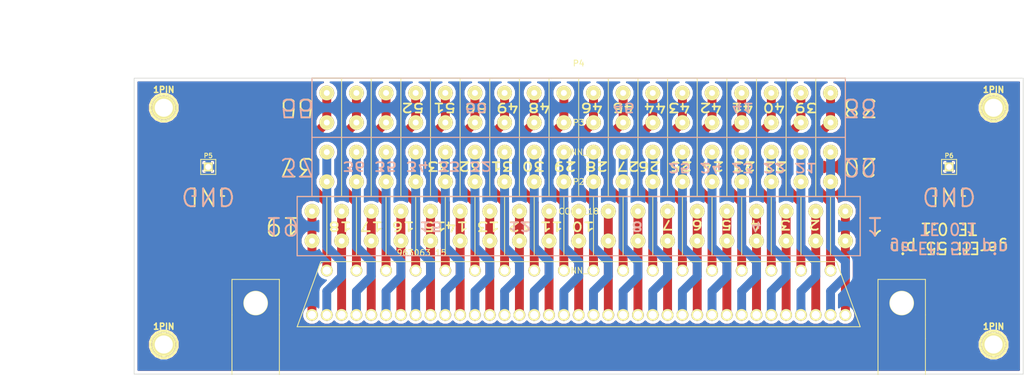
<source format=kicad_pcb>
(kicad_pcb (version 4) (host pcbnew 4.0.7)

  (general
    (links 111)
    (no_connects 2)
    (area 122.578573 107.300001 295.050001 197.375001)
    (thickness 1.6)
    (drawings 52)
    (tracks 239)
    (zones 0)
    (modules 10)
    (nets 57)
  )

  (page A3)
  (layers
    (0 F.Cu signal hide)
    (31 B.Cu signal hide)
    (32 B.Adhes user)
    (33 F.Adhes user)
    (34 B.Paste user)
    (35 F.Paste user)
    (36 B.SilkS user)
    (37 F.SilkS user)
    (38 B.Mask user)
    (39 F.Mask user)
    (40 Dwgs.User user)
    (41 Cmts.User user)
    (42 Eco1.User user)
    (43 Eco2.User user)
    (44 Edge.Cuts user)
  )

  (setup
    (last_trace_width 0.3)
    (user_trace_width 0.3)
    (user_trace_width 0.5)
    (user_trace_width 0.6)
    (user_trace_width 0.7)
    (user_trace_width 0.8)
    (user_trace_width 0.9)
    (user_trace_width 1)
    (user_trace_width 1.5)
    (user_trace_width 2)
    (trace_clearance 0.3)
    (zone_clearance 0.5)
    (zone_45_only no)
    (trace_min 0.254)
    (segment_width 0.2)
    (edge_width 0.1)
    (via_size 0.889)
    (via_drill 0.635)
    (via_min_size 0.889)
    (via_min_drill 0.508)
    (uvia_size 0.508)
    (uvia_drill 0.127)
    (uvias_allowed no)
    (uvia_min_size 0.508)
    (uvia_min_drill 0.127)
    (pcb_text_width 0.3)
    (pcb_text_size 1.5 1.5)
    (mod_edge_width 0.15)
    (mod_text_size 1 1)
    (mod_text_width 0.15)
    (pad_size 4 4)
    (pad_drill 4)
    (pad_to_mask_clearance 0)
    (aux_axis_origin 0 0)
    (visible_elements 7FFFFFFF)
    (pcbplotparams
      (layerselection 0x010fc_80000001)
      (usegerberextensions true)
      (excludeedgelayer true)
      (linewidth 0.150000)
      (plotframeref false)
      (viasonmask false)
      (mode 1)
      (useauxorigin false)
      (hpglpennumber 1)
      (hpglpenspeed 20)
      (hpglpendiameter 15)
      (hpglpenoverlay 2)
      (psnegative false)
      (psa4output false)
      (plotreference true)
      (plotvalue true)
      (plotinvisibletext false)
      (padsonsilk false)
      (subtractmaskfromsilk false)
      (outputformat 1)
      (mirror false)
      (drillshape 0)
      (scaleselection 1)
      (outputdirectory 963063-15_55_pin_connector_gerbers))
  )

  (net 0 "")
  (net 1 GND)
  (net 2 N-000001)
  (net 3 N-0000010)
  (net 4 N-0000011)
  (net 5 N-0000012)
  (net 6 N-0000013)
  (net 7 N-0000014)
  (net 8 N-0000015)
  (net 9 N-0000016)
  (net 10 N-0000017)
  (net 11 N-0000018)
  (net 12 N-0000019)
  (net 13 N-000002)
  (net 14 N-0000020)
  (net 15 N-0000021)
  (net 16 N-0000022)
  (net 17 N-0000023)
  (net 18 N-0000024)
  (net 19 N-0000025)
  (net 20 N-0000026)
  (net 21 N-0000027)
  (net 22 N-0000028)
  (net 23 N-0000029)
  (net 24 N-000003)
  (net 25 N-0000030)
  (net 26 N-0000031)
  (net 27 N-0000032)
  (net 28 N-0000033)
  (net 29 N-0000034)
  (net 30 N-0000035)
  (net 31 N-0000036)
  (net 32 N-0000037)
  (net 33 N-0000038)
  (net 34 N-0000039)
  (net 35 N-000004)
  (net 36 N-0000040)
  (net 37 N-0000041)
  (net 38 N-0000042)
  (net 39 N-0000043)
  (net 40 N-0000044)
  (net 41 N-0000046)
  (net 42 N-0000047)
  (net 43 N-0000048)
  (net 44 N-0000049)
  (net 45 N-000005)
  (net 46 N-0000050)
  (net 47 N-0000051)
  (net 48 N-0000052)
  (net 49 N-0000053)
  (net 50 N-0000054)
  (net 51 N-0000055)
  (net 52 N-0000056)
  (net 53 N-000006)
  (net 54 N-000007)
  (net 55 N-000008)
  (net 56 N-000009)

  (net_class Default "Это класс цепей по умолчанию."
    (clearance 0.3)
    (trace_width 0.3)
    (via_dia 0.889)
    (via_drill 0.635)
    (uvia_dia 0.508)
    (uvia_drill 0.127)
    (add_net GND)
    (add_net N-000001)
    (add_net N-0000010)
    (add_net N-0000011)
    (add_net N-0000012)
    (add_net N-0000013)
    (add_net N-0000014)
    (add_net N-0000015)
    (add_net N-0000016)
    (add_net N-0000017)
    (add_net N-0000018)
    (add_net N-0000019)
    (add_net N-000002)
    (add_net N-0000020)
    (add_net N-0000021)
    (add_net N-0000022)
    (add_net N-0000023)
    (add_net N-0000024)
    (add_net N-0000025)
    (add_net N-0000026)
    (add_net N-0000027)
    (add_net N-0000028)
    (add_net N-0000029)
    (add_net N-000003)
    (add_net N-0000030)
    (add_net N-0000031)
    (add_net N-0000032)
    (add_net N-0000033)
    (add_net N-0000034)
    (add_net N-0000035)
    (add_net N-0000036)
    (add_net N-0000037)
    (add_net N-0000038)
    (add_net N-0000039)
    (add_net N-000004)
    (add_net N-0000040)
    (add_net N-0000041)
    (add_net N-0000042)
    (add_net N-0000043)
    (add_net N-0000044)
    (add_net N-0000046)
    (add_net N-0000047)
    (add_net N-0000048)
    (add_net N-0000049)
    (add_net N-000005)
    (add_net N-0000050)
    (add_net N-0000051)
    (add_net N-0000052)
    (add_net N-0000053)
    (add_net N-0000054)
    (add_net N-0000055)
    (add_net N-0000056)
    (add_net N-000006)
    (add_net N-000007)
    (add_net N-000008)
    (add_net N-000009)
  )

  (module CON19X5 (layer F.Cu) (tedit 5421128E) (tstamp 54212E41)
    (at 220 145 180)
    (path /542111C2)
    (fp_text reference P2 (at 0 7.5 180) (layer F.SilkS)
      (effects (font (size 1 1) (thickness 0.15)))
    )
    (fp_text value CONN_19 (at 0 -7.5 180) (layer F.SilkS)
      (effects (font (size 1 1) (thickness 0.15)))
    )
    (fp_line (start -22.5 -5) (end -22.5 5) (layer F.SilkS) (width 0.15))
    (fp_line (start -22.5 5) (end -17.5 5) (layer F.SilkS) (width 0.15))
    (fp_line (start -17.5 5) (end -17.5 -5) (layer F.SilkS) (width 0.15))
    (fp_line (start -17.5 -5) (end -12.5 -5) (layer F.SilkS) (width 0.15))
    (fp_line (start -12.5 -5) (end -12.5 5) (layer F.SilkS) (width 0.15))
    (fp_line (start -12.5 5) (end -7.5 5) (layer F.SilkS) (width 0.15))
    (fp_line (start -7.5 5) (end -7.5 -5) (layer F.SilkS) (width 0.15))
    (fp_line (start -7.5 -5) (end -2.5 -5) (layer F.SilkS) (width 0.15))
    (fp_line (start -2.5 -5) (end -2.5 5) (layer F.SilkS) (width 0.15))
    (fp_line (start -2.5 5) (end 2.5 5) (layer F.SilkS) (width 0.15))
    (fp_line (start 2.5 5) (end 2.5 -5) (layer F.SilkS) (width 0.15))
    (fp_line (start 2.5 -5) (end 7.5 -5) (layer F.SilkS) (width 0.15))
    (fp_line (start 7.5 -5) (end 7.5 5) (layer F.SilkS) (width 0.15))
    (fp_line (start 7.5 5) (end 12.5 5) (layer F.SilkS) (width 0.15))
    (fp_line (start 12.5 5) (end 12.5 -5) (layer F.SilkS) (width 0.15))
    (fp_line (start 12.5 -5) (end 17.5 -5) (layer F.SilkS) (width 0.15))
    (fp_line (start 17.5 -5) (end 17.5 5) (layer F.SilkS) (width 0.15))
    (fp_line (start 17.5 5) (end 22.5 5) (layer F.SilkS) (width 0.15))
    (fp_line (start 22.5 5) (end 22.5 -5) (layer F.SilkS) (width 0.15))
    (fp_line (start 22.5 -5) (end 27.5 -5) (layer F.SilkS) (width 0.15))
    (fp_line (start 27.5 -5) (end 27.5 5) (layer F.SilkS) (width 0.15))
    (fp_line (start 27.5 5) (end 32.5 5) (layer F.SilkS) (width 0.15))
    (fp_line (start 32.5 5) (end 32.5 -5) (layer F.SilkS) (width 0.15))
    (fp_line (start 32.5 -5) (end 37.5 -5) (layer F.SilkS) (width 0.15))
    (fp_line (start 37.5 -5) (end 37.5 5) (layer F.SilkS) (width 0.15))
    (fp_line (start 37.5 5) (end 42.5 5) (layer F.SilkS) (width 0.15))
    (fp_line (start 42.5 5) (end 42.5 -5) (layer F.SilkS) (width 0.15))
    (fp_line (start -27.5 5) (end -27.5 -5) (layer F.SilkS) (width 0.15))
    (fp_line (start -32.5 -5) (end -32.5 5) (layer F.SilkS) (width 0.15))
    (fp_line (start -37.5 5) (end -37.5 -5) (layer F.SilkS) (width 0.15))
    (fp_line (start -42.5 -5) (end -42.5 5) (layer F.SilkS) (width 0.15))
    (fp_line (start -47.5 -5) (end -47.5 5) (layer F.SilkS) (width 0.15))
    (fp_line (start -47.5 5) (end 47.5 5) (layer F.SilkS) (width 0.15))
    (fp_line (start 47.5 5) (end 47.5 -5) (layer F.SilkS) (width 0.15))
    (fp_line (start 47.5 -5) (end -47.5 -5) (layer F.SilkS) (width 0.15))
    (pad 1 thru_hole circle (at -45 2.5 180) (size 2.5 2.5) (drill 1) (layers *.Cu *.Mask F.SilkS)
      (net 13 N-000002))
    (pad 2 thru_hole circle (at -40 2.5 180) (size 2.5 2.5) (drill 1) (layers *.Cu *.Mask F.SilkS)
      (net 24 N-000003))
    (pad 3 thru_hole circle (at -35 2.5 180) (size 2.5 2.5) (drill 1) (layers *.Cu *.Mask F.SilkS)
      (net 35 N-000004))
    (pad 4 thru_hole circle (at -30 2.5 180) (size 2.5 2.5) (drill 1) (layers *.Cu *.Mask F.SilkS)
      (net 45 N-000005))
    (pad 5 thru_hole circle (at -25 2.5 180) (size 2.5 2.5) (drill 1) (layers *.Cu *.Mask F.SilkS)
      (net 53 N-000006))
    (pad 6 thru_hole circle (at -20 2.5 180) (size 2.5 2.5) (drill 1) (layers *.Cu *.Mask F.SilkS)
      (net 54 N-000007))
    (pad 7 thru_hole circle (at -15 2.5 180) (size 2.5 2.5) (drill 1) (layers *.Cu *.Mask F.SilkS)
      (net 55 N-000008))
    (pad 8 thru_hole circle (at -10 2.5 180) (size 2.5 2.5) (drill 1) (layers *.Cu *.Mask F.SilkS)
      (net 56 N-000009))
    (pad 9 thru_hole circle (at -5 2.5 180) (size 2.5 2.5) (drill 1) (layers *.Cu *.Mask F.SilkS)
      (net 3 N-0000010))
    (pad 10 thru_hole circle (at 0 2.5 180) (size 2.5 2.5) (drill 1) (layers *.Cu *.Mask F.SilkS)
      (net 4 N-0000011))
    (pad 11 thru_hole circle (at 5 2.5 180) (size 2.5 2.5) (drill 1) (layers *.Cu *.Mask F.SilkS)
      (net 2 N-000001))
    (pad 12 thru_hole circle (at 10 2.5 180) (size 2.5 2.5) (drill 1) (layers *.Cu *.Mask F.SilkS)
      (net 6 N-0000013))
    (pad 13 thru_hole circle (at 15 2.5 180) (size 2.5 2.5) (drill 1) (layers *.Cu *.Mask F.SilkS)
      (net 7 N-0000014))
    (pad 14 thru_hole circle (at 20 2.5 180) (size 2.5 2.5) (drill 1) (layers *.Cu *.Mask F.SilkS)
      (net 8 N-0000015))
    (pad 15 thru_hole circle (at 25 2.5 180) (size 2.5 2.5) (drill 1) (layers *.Cu *.Mask F.SilkS)
      (net 9 N-0000016))
    (pad 16 thru_hole circle (at 30 2.5 180) (size 2.5 2.5) (drill 1) (layers *.Cu *.Mask F.SilkS)
      (net 10 N-0000017))
    (pad 17 thru_hole circle (at 35 2.5 180) (size 2.5 2.5) (drill 1) (layers *.Cu *.Mask F.SilkS)
      (net 11 N-0000018))
    (pad 18 thru_hole circle (at 40 2.5 180) (size 2.5 2.5) (drill 1) (layers *.Cu *.Mask F.SilkS)
      (net 12 N-0000019))
    (pad 19 thru_hole circle (at 45 2.5 180) (size 2.5 2.5) (drill 1) (layers *.Cu *.Mask F.SilkS)
      (net 14 N-0000020))
    (pad 1 thru_hole circle (at -45 -2.5 180) (size 2.5 2.5) (drill 1) (layers *.Cu *.Mask F.SilkS)
      (net 13 N-000002))
    (pad 2 thru_hole circle (at -40 -2.5 180) (size 2.5 2.5) (drill 1) (layers *.Cu *.Mask F.SilkS)
      (net 24 N-000003))
    (pad 3 thru_hole circle (at -35 -2.5 180) (size 2.5 2.5) (drill 1) (layers *.Cu *.Mask F.SilkS)
      (net 35 N-000004))
    (pad 4 thru_hole circle (at -30 -2.5 180) (size 2.5 2.5) (drill 1) (layers *.Cu *.Mask F.SilkS)
      (net 45 N-000005))
    (pad 5 thru_hole circle (at -25 -2.5 180) (size 2.5 2.5) (drill 1) (layers *.Cu *.Mask F.SilkS)
      (net 53 N-000006))
    (pad 6 thru_hole circle (at -20 -2.5 180) (size 2.5 2.5) (drill 1) (layers *.Cu *.Mask F.SilkS)
      (net 54 N-000007))
    (pad 7 thru_hole circle (at -15 -2.5 180) (size 2.5 2.5) (drill 1) (layers *.Cu *.Mask F.SilkS)
      (net 55 N-000008))
    (pad 8 thru_hole circle (at -10 -2.5 180) (size 2.5 2.5) (drill 1) (layers *.Cu *.Mask F.SilkS)
      (net 56 N-000009))
    (pad 9 thru_hole circle (at -5 -2.5 180) (size 2.5 2.5) (drill 1) (layers *.Cu *.Mask F.SilkS)
      (net 3 N-0000010))
    (pad 10 thru_hole circle (at 0 -2.5 180) (size 2.5 2.5) (drill 1) (layers *.Cu *.Mask F.SilkS)
      (net 4 N-0000011))
    (pad 11 thru_hole circle (at 5 -2.5 180) (size 2.5 2.5) (drill 1) (layers *.Cu *.Mask F.SilkS)
      (net 2 N-000001))
    (pad 12 thru_hole circle (at 10 -2.5 180) (size 2.5 2.5) (drill 1) (layers *.Cu *.Mask F.SilkS)
      (net 6 N-0000013))
    (pad 13 thru_hole circle (at 15 -2.5 180) (size 2.5 2.5) (drill 1) (layers *.Cu *.Mask F.SilkS)
      (net 7 N-0000014))
    (pad 14 thru_hole circle (at 20 -2.5 180) (size 2.5 2.5) (drill 1) (layers *.Cu *.Mask F.SilkS)
      (net 8 N-0000015))
    (pad 15 thru_hole circle (at 25 -2.5 180) (size 2.5 2.5) (drill 1) (layers *.Cu *.Mask F.SilkS)
      (net 9 N-0000016))
    (pad 16 thru_hole circle (at 30 -2.5 180) (size 2.5 2.5) (drill 1) (layers *.Cu *.Mask F.SilkS)
      (net 10 N-0000017))
    (pad 17 thru_hole circle (at 35 -2.5 180) (size 2.5 2.5) (drill 1) (layers *.Cu *.Mask F.SilkS)
      (net 11 N-0000018))
    (pad 18 thru_hole circle (at 40 -2.5 180) (size 2.5 2.5) (drill 1) (layers *.Cu *.Mask F.SilkS)
      (net 12 N-0000019))
    (pad 19 thru_hole circle (at 45 -2.5 180) (size 2.5 2.5) (drill 1) (layers *.Cu *.Mask F.SilkS)
      (net 14 N-0000020))
  )

  (module CON18X5 (layer F.Cu) (tedit 5421131E) (tstamp 54212E8B)
    (at 220 135 180)
    (path /54211270)
    (fp_text reference P3 (at 0 7.5 180) (layer F.SilkS)
      (effects (font (size 1 1) (thickness 0.15)))
    )
    (fp_text value CONN_18 (at 0 -7.5 180) (layer F.SilkS)
      (effects (font (size 1 1) (thickness 0.15)))
    )
    (fp_line (start -45 -5) (end 45 -5) (layer F.SilkS) (width 0.15))
    (fp_line (start -45 5) (end 45 5) (layer F.SilkS) (width 0.15))
    (fp_line (start -20 -5) (end -20 5) (layer F.SilkS) (width 0.15))
    (fp_line (start -20 5) (end -15 5) (layer F.SilkS) (width 0.15))
    (fp_line (start -15 5) (end -15 -5) (layer F.SilkS) (width 0.15))
    (fp_line (start -15 -5) (end -10 -5) (layer F.SilkS) (width 0.15))
    (fp_line (start -10 -5) (end -10 5) (layer F.SilkS) (width 0.15))
    (fp_line (start -10 5) (end -5 5) (layer F.SilkS) (width 0.15))
    (fp_line (start -5 5) (end -5 -5) (layer F.SilkS) (width 0.15))
    (fp_line (start -5 -5) (end 0 -5) (layer F.SilkS) (width 0.15))
    (fp_line (start 0 -5) (end 0 5) (layer F.SilkS) (width 0.15))
    (fp_line (start 0 5) (end 5 5) (layer F.SilkS) (width 0.15))
    (fp_line (start 5 5) (end 5 -5) (layer F.SilkS) (width 0.15))
    (fp_line (start 5 -5) (end 10 -5) (layer F.SilkS) (width 0.15))
    (fp_line (start 10 -5) (end 10 5) (layer F.SilkS) (width 0.15))
    (fp_line (start 10 5) (end 15 5) (layer F.SilkS) (width 0.15))
    (fp_line (start 15 5) (end 15 -5) (layer F.SilkS) (width 0.15))
    (fp_line (start 15 -5) (end 20 -5) (layer F.SilkS) (width 0.15))
    (fp_line (start 20 -5) (end 20 5) (layer F.SilkS) (width 0.15))
    (fp_line (start 20 5) (end 25 5) (layer F.SilkS) (width 0.15))
    (fp_line (start 25 5) (end 25 -5) (layer F.SilkS) (width 0.15))
    (fp_line (start 25 -5) (end 30 -5) (layer F.SilkS) (width 0.15))
    (fp_line (start 30 -5) (end 30 5) (layer F.SilkS) (width 0.15))
    (fp_line (start 30 5) (end 35 5) (layer F.SilkS) (width 0.15))
    (fp_line (start 35 5) (end 35 -5) (layer F.SilkS) (width 0.15))
    (fp_line (start 35 -5) (end 40 -5) (layer F.SilkS) (width 0.15))
    (fp_line (start 40 -5) (end 40 5) (layer F.SilkS) (width 0.15))
    (fp_line (start 40 5) (end 45 5) (layer F.SilkS) (width 0.15))
    (fp_line (start 45 5) (end 45 -5) (layer F.SilkS) (width 0.15))
    (fp_line (start -25 5) (end -25 -5) (layer F.SilkS) (width 0.15))
    (fp_line (start -30 -5) (end -30 5) (layer F.SilkS) (width 0.15))
    (fp_line (start -35 5) (end -35 -5) (layer F.SilkS) (width 0.15))
    (fp_line (start -40 -5) (end -40 5) (layer F.SilkS) (width 0.15))
    (fp_line (start -45 -5) (end -45 5) (layer F.SilkS) (width 0.15))
    (pad 1 thru_hole circle (at -42.5 2.5 180) (size 2.5 2.5) (drill 1) (layers *.Cu *.Mask F.SilkS)
      (net 15 N-0000021))
    (pad 2 thru_hole circle (at -37.5 2.5 180) (size 2.5 2.5) (drill 1) (layers *.Cu *.Mask F.SilkS)
      (net 16 N-0000022))
    (pad 3 thru_hole circle (at -32.5 2.5 180) (size 2.5 2.5) (drill 1) (layers *.Cu *.Mask F.SilkS)
      (net 29 N-0000034))
    (pad 4 thru_hole circle (at -27.5 2.5 180) (size 2.5 2.5) (drill 1) (layers *.Cu *.Mask F.SilkS)
      (net 42 N-0000047))
    (pad 5 thru_hole circle (at -22.5 2.5 180) (size 2.5 2.5) (drill 1) (layers *.Cu *.Mask F.SilkS)
      (net 43 N-0000048))
    (pad 6 thru_hole circle (at -17.5 2.5 180) (size 2.5 2.5) (drill 1) (layers *.Cu *.Mask F.SilkS)
      (net 44 N-0000049))
    (pad 7 thru_hole circle (at -12.5 2.5 180) (size 2.5 2.5) (drill 1) (layers *.Cu *.Mask F.SilkS)
      (net 46 N-0000050))
    (pad 8 thru_hole circle (at -7.5 2.5 180) (size 2.5 2.5) (drill 1) (layers *.Cu *.Mask F.SilkS)
      (net 47 N-0000051))
    (pad 9 thru_hole circle (at -2.5 2.5 180) (size 2.5 2.5) (drill 1) (layers *.Cu *.Mask F.SilkS)
      (net 48 N-0000052))
    (pad 10 thru_hole circle (at 2.5 2.5 180) (size 2.5 2.5) (drill 1) (layers *.Cu *.Mask F.SilkS)
      (net 49 N-0000053))
    (pad 11 thru_hole circle (at 7.5 2.5 180) (size 2.5 2.5) (drill 1) (layers *.Cu *.Mask F.SilkS)
      (net 50 N-0000054))
    (pad 12 thru_hole circle (at 12.5 2.5 180) (size 2.5 2.5) (drill 1) (layers *.Cu *.Mask F.SilkS)
      (net 51 N-0000055))
    (pad 13 thru_hole circle (at 17.5 2.5 180) (size 2.5 2.5) (drill 1) (layers *.Cu *.Mask F.SilkS)
      (net 52 N-0000056))
    (pad 14 thru_hole circle (at 22.5 2.5 180) (size 2.5 2.5) (drill 1) (layers *.Cu *.Mask F.SilkS)
      (net 41 N-0000046))
    (pad 15 thru_hole circle (at 27.5 2.5 180) (size 2.5 2.5) (drill 1) (layers *.Cu *.Mask F.SilkS)
      (net 18 N-0000024))
    (pad 16 thru_hole circle (at 32.5 2.5 180) (size 2.5 2.5) (drill 1) (layers *.Cu *.Mask F.SilkS)
      (net 19 N-0000025))
    (pad 17 thru_hole circle (at 37.5 2.5 180) (size 2.5 2.5) (drill 1) (layers *.Cu *.Mask F.SilkS)
      (net 20 N-0000026))
    (pad 18 thru_hole circle (at 42.5 2.5 180) (size 2.5 2.5) (drill 1) (layers *.Cu *.Mask F.SilkS)
      (net 21 N-0000027))
    (pad 1 thru_hole circle (at -42.5 -2.5 180) (size 2.5 2.5) (drill 1) (layers *.Cu *.Mask F.SilkS)
      (net 15 N-0000021))
    (pad 2 thru_hole circle (at -37.5 -2.5 180) (size 2.5 2.5) (drill 1) (layers *.Cu *.Mask F.SilkS)
      (net 16 N-0000022))
    (pad 3 thru_hole circle (at -32.5 -2.5 180) (size 2.5 2.5) (drill 1) (layers *.Cu *.Mask F.SilkS)
      (net 29 N-0000034))
    (pad 4 thru_hole circle (at -27.5 -2.5 180) (size 2.5 2.5) (drill 1) (layers *.Cu *.Mask F.SilkS)
      (net 42 N-0000047))
    (pad 5 thru_hole circle (at -22.5 -2.5 180) (size 2.5 2.5) (drill 1) (layers *.Cu *.Mask F.SilkS)
      (net 43 N-0000048))
    (pad 6 thru_hole circle (at -17.5 -2.5 180) (size 2.5 2.5) (drill 1) (layers *.Cu *.Mask F.SilkS)
      (net 44 N-0000049))
    (pad 7 thru_hole circle (at -12.5 -2.5 180) (size 2.5 2.5) (drill 1) (layers *.Cu *.Mask F.SilkS)
      (net 46 N-0000050))
    (pad 8 thru_hole circle (at -7.5 -2.5 180) (size 2.5 2.5) (drill 1) (layers *.Cu *.Mask F.SilkS)
      (net 47 N-0000051))
    (pad 9 thru_hole circle (at -2.5 -2.5 180) (size 2.5 2.5) (drill 1) (layers *.Cu *.Mask F.SilkS)
      (net 48 N-0000052))
    (pad 10 thru_hole circle (at 2.5 -2.5 180) (size 2.5 2.5) (drill 1) (layers *.Cu *.Mask F.SilkS)
      (net 49 N-0000053))
    (pad 11 thru_hole circle (at 7.5 -2.5 180) (size 2.5 2.5) (drill 1) (layers *.Cu *.Mask F.SilkS)
      (net 50 N-0000054))
    (pad 12 thru_hole circle (at 12.5 -2.5 180) (size 2.5 2.5) (drill 1) (layers *.Cu *.Mask F.SilkS)
      (net 51 N-0000055))
    (pad 13 thru_hole circle (at 17.5 -2.5 180) (size 2.5 2.5) (drill 1) (layers *.Cu *.Mask F.SilkS)
      (net 52 N-0000056))
    (pad 14 thru_hole circle (at 22.5 -2.5 180) (size 2.5 2.5) (drill 1) (layers *.Cu *.Mask F.SilkS)
      (net 41 N-0000046))
    (pad 15 thru_hole circle (at 27.5 -2.5 180) (size 2.5 2.5) (drill 1) (layers *.Cu *.Mask F.SilkS)
      (net 18 N-0000024))
    (pad 16 thru_hole circle (at 32.5 -2.5 180) (size 2.5 2.5) (drill 1) (layers *.Cu *.Mask F.SilkS)
      (net 19 N-0000025))
    (pad 17 thru_hole circle (at 37.5 -2.5 180) (size 2.5 2.5) (drill 1) (layers *.Cu *.Mask F.SilkS)
      (net 20 N-0000026))
    (pad 18 thru_hole circle (at 42.5 -2.5 180) (size 2.5 2.5) (drill 1) (layers *.Cu *.Mask F.SilkS)
      (net 21 N-0000027))
  )

  (module CON18X5 (layer F.Cu) (tedit 5421131E) (tstamp 54212ED5)
    (at 220 125 180)
    (path /5421127F)
    (fp_text reference P4 (at 0 7.5 180) (layer F.SilkS)
      (effects (font (size 1 1) (thickness 0.15)))
    )
    (fp_text value CONN_18 (at 0 -7.5 180) (layer F.SilkS)
      (effects (font (size 1 1) (thickness 0.15)))
    )
    (fp_line (start -45 -5) (end 45 -5) (layer F.SilkS) (width 0.15))
    (fp_line (start -45 5) (end 45 5) (layer F.SilkS) (width 0.15))
    (fp_line (start -20 -5) (end -20 5) (layer F.SilkS) (width 0.15))
    (fp_line (start -20 5) (end -15 5) (layer F.SilkS) (width 0.15))
    (fp_line (start -15 5) (end -15 -5) (layer F.SilkS) (width 0.15))
    (fp_line (start -15 -5) (end -10 -5) (layer F.SilkS) (width 0.15))
    (fp_line (start -10 -5) (end -10 5) (layer F.SilkS) (width 0.15))
    (fp_line (start -10 5) (end -5 5) (layer F.SilkS) (width 0.15))
    (fp_line (start -5 5) (end -5 -5) (layer F.SilkS) (width 0.15))
    (fp_line (start -5 -5) (end 0 -5) (layer F.SilkS) (width 0.15))
    (fp_line (start 0 -5) (end 0 5) (layer F.SilkS) (width 0.15))
    (fp_line (start 0 5) (end 5 5) (layer F.SilkS) (width 0.15))
    (fp_line (start 5 5) (end 5 -5) (layer F.SilkS) (width 0.15))
    (fp_line (start 5 -5) (end 10 -5) (layer F.SilkS) (width 0.15))
    (fp_line (start 10 -5) (end 10 5) (layer F.SilkS) (width 0.15))
    (fp_line (start 10 5) (end 15 5) (layer F.SilkS) (width 0.15))
    (fp_line (start 15 5) (end 15 -5) (layer F.SilkS) (width 0.15))
    (fp_line (start 15 -5) (end 20 -5) (layer F.SilkS) (width 0.15))
    (fp_line (start 20 -5) (end 20 5) (layer F.SilkS) (width 0.15))
    (fp_line (start 20 5) (end 25 5) (layer F.SilkS) (width 0.15))
    (fp_line (start 25 5) (end 25 -5) (layer F.SilkS) (width 0.15))
    (fp_line (start 25 -5) (end 30 -5) (layer F.SilkS) (width 0.15))
    (fp_line (start 30 -5) (end 30 5) (layer F.SilkS) (width 0.15))
    (fp_line (start 30 5) (end 35 5) (layer F.SilkS) (width 0.15))
    (fp_line (start 35 5) (end 35 -5) (layer F.SilkS) (width 0.15))
    (fp_line (start 35 -5) (end 40 -5) (layer F.SilkS) (width 0.15))
    (fp_line (start 40 -5) (end 40 5) (layer F.SilkS) (width 0.15))
    (fp_line (start 40 5) (end 45 5) (layer F.SilkS) (width 0.15))
    (fp_line (start 45 5) (end 45 -5) (layer F.SilkS) (width 0.15))
    (fp_line (start -25 5) (end -25 -5) (layer F.SilkS) (width 0.15))
    (fp_line (start -30 -5) (end -30 5) (layer F.SilkS) (width 0.15))
    (fp_line (start -35 5) (end -35 -5) (layer F.SilkS) (width 0.15))
    (fp_line (start -40 -5) (end -40 5) (layer F.SilkS) (width 0.15))
    (fp_line (start -45 -5) (end -45 5) (layer F.SilkS) (width 0.15))
    (pad 1 thru_hole circle (at -42.5 2.5 180) (size 2.5 2.5) (drill 1) (layers *.Cu *.Mask F.SilkS)
      (net 22 N-0000028))
    (pad 2 thru_hole circle (at -37.5 2.5 180) (size 2.5 2.5) (drill 1) (layers *.Cu *.Mask F.SilkS)
      (net 23 N-0000029))
    (pad 3 thru_hole circle (at -32.5 2.5 180) (size 2.5 2.5) (drill 1) (layers *.Cu *.Mask F.SilkS)
      (net 25 N-0000030))
    (pad 4 thru_hole circle (at -27.5 2.5 180) (size 2.5 2.5) (drill 1) (layers *.Cu *.Mask F.SilkS)
      (net 26 N-0000031))
    (pad 5 thru_hole circle (at -22.5 2.5 180) (size 2.5 2.5) (drill 1) (layers *.Cu *.Mask F.SilkS)
      (net 27 N-0000032))
    (pad 6 thru_hole circle (at -17.5 2.5 180) (size 2.5 2.5) (drill 1) (layers *.Cu *.Mask F.SilkS)
      (net 28 N-0000033))
    (pad 7 thru_hole circle (at -12.5 2.5 180) (size 2.5 2.5) (drill 1) (layers *.Cu *.Mask F.SilkS)
      (net 17 N-0000023))
    (pad 8 thru_hole circle (at -7.5 2.5 180) (size 2.5 2.5) (drill 1) (layers *.Cu *.Mask F.SilkS)
      (net 30 N-0000035))
    (pad 9 thru_hole circle (at -2.5 2.5 180) (size 2.5 2.5) (drill 1) (layers *.Cu *.Mask F.SilkS)
      (net 31 N-0000036))
    (pad 10 thru_hole circle (at 2.5 2.5 180) (size 2.5 2.5) (drill 1) (layers *.Cu *.Mask F.SilkS)
      (net 32 N-0000037))
    (pad 11 thru_hole circle (at 7.5 2.5 180) (size 2.5 2.5) (drill 1) (layers *.Cu *.Mask F.SilkS)
      (net 33 N-0000038))
    (pad 12 thru_hole circle (at 12.5 2.5 180) (size 2.5 2.5) (drill 1) (layers *.Cu *.Mask F.SilkS)
      (net 34 N-0000039))
    (pad 13 thru_hole circle (at 17.5 2.5 180) (size 2.5 2.5) (drill 1) (layers *.Cu *.Mask F.SilkS)
      (net 36 N-0000040))
    (pad 14 thru_hole circle (at 22.5 2.5 180) (size 2.5 2.5) (drill 1) (layers *.Cu *.Mask F.SilkS)
      (net 37 N-0000041))
    (pad 15 thru_hole circle (at 27.5 2.5 180) (size 2.5 2.5) (drill 1) (layers *.Cu *.Mask F.SilkS)
      (net 38 N-0000042))
    (pad 16 thru_hole circle (at 32.5 2.5 180) (size 2.5 2.5) (drill 1) (layers *.Cu *.Mask F.SilkS)
      (net 39 N-0000043))
    (pad 17 thru_hole circle (at 37.5 2.5 180) (size 2.5 2.5) (drill 1) (layers *.Cu *.Mask F.SilkS)
      (net 40 N-0000044))
    (pad 18 thru_hole circle (at 42.5 2.5 180) (size 2.5 2.5) (drill 1) (layers *.Cu *.Mask F.SilkS)
      (net 5 N-0000012))
    (pad 1 thru_hole circle (at -42.5 -2.5 180) (size 2.5 2.5) (drill 1) (layers *.Cu *.Mask F.SilkS)
      (net 22 N-0000028))
    (pad 2 thru_hole circle (at -37.5 -2.5 180) (size 2.5 2.5) (drill 1) (layers *.Cu *.Mask F.SilkS)
      (net 23 N-0000029))
    (pad 3 thru_hole circle (at -32.5 -2.5 180) (size 2.5 2.5) (drill 1) (layers *.Cu *.Mask F.SilkS)
      (net 25 N-0000030))
    (pad 4 thru_hole circle (at -27.5 -2.5 180) (size 2.5 2.5) (drill 1) (layers *.Cu *.Mask F.SilkS)
      (net 26 N-0000031))
    (pad 5 thru_hole circle (at -22.5 -2.5 180) (size 2.5 2.5) (drill 1) (layers *.Cu *.Mask F.SilkS)
      (net 27 N-0000032))
    (pad 6 thru_hole circle (at -17.5 -2.5 180) (size 2.5 2.5) (drill 1) (layers *.Cu *.Mask F.SilkS)
      (net 28 N-0000033))
    (pad 7 thru_hole circle (at -12.5 -2.5 180) (size 2.5 2.5) (drill 1) (layers *.Cu *.Mask F.SilkS)
      (net 17 N-0000023))
    (pad 8 thru_hole circle (at -7.5 -2.5 180) (size 2.5 2.5) (drill 1) (layers *.Cu *.Mask F.SilkS)
      (net 30 N-0000035))
    (pad 9 thru_hole circle (at -2.5 -2.5 180) (size 2.5 2.5) (drill 1) (layers *.Cu *.Mask F.SilkS)
      (net 31 N-0000036))
    (pad 10 thru_hole circle (at 2.5 -2.5 180) (size 2.5 2.5) (drill 1) (layers *.Cu *.Mask F.SilkS)
      (net 32 N-0000037))
    (pad 11 thru_hole circle (at 7.5 -2.5 180) (size 2.5 2.5) (drill 1) (layers *.Cu *.Mask F.SilkS)
      (net 33 N-0000038))
    (pad 12 thru_hole circle (at 12.5 -2.5 180) (size 2.5 2.5) (drill 1) (layers *.Cu *.Mask F.SilkS)
      (net 34 N-0000039))
    (pad 13 thru_hole circle (at 17.5 -2.5 180) (size 2.5 2.5) (drill 1) (layers *.Cu *.Mask F.SilkS)
      (net 36 N-0000040))
    (pad 14 thru_hole circle (at 22.5 -2.5 180) (size 2.5 2.5) (drill 1) (layers *.Cu *.Mask F.SilkS)
      (net 37 N-0000041))
    (pad 15 thru_hole circle (at 27.5 -2.5 180) (size 2.5 2.5) (drill 1) (layers *.Cu *.Mask F.SilkS)
      (net 38 N-0000042))
    (pad 16 thru_hole circle (at 32.5 -2.5 180) (size 2.5 2.5) (drill 1) (layers *.Cu *.Mask F.SilkS)
      (net 39 N-0000043))
    (pad 17 thru_hole circle (at 37.5 -2.5 180) (size 2.5 2.5) (drill 1) (layers *.Cu *.Mask F.SilkS)
      (net 40 N-0000044))
    (pad 18 thru_hole circle (at 42.5 -2.5 180) (size 2.5 2.5) (drill 1) (layers *.Cu *.Mask F.SilkS)
      (net 5 N-0000012))
  )

  (module 1pin (layer F.Cu) (tedit 200000) (tstamp 5421474E)
    (at 290 125)
    (descr "module 1 pin (ou trou mecanique de percage)")
    (tags DEV)
    (path 1pin)
    (fp_text reference 1PIN (at 0 -3.048) (layer F.SilkS)
      (effects (font (size 1.016 1.016) (thickness 0.254)))
    )
    (fp_text value P*** (at 0 2.794) (layer F.SilkS) hide
      (effects (font (size 1.016 1.016) (thickness 0.254)))
    )
    (fp_circle (center 0 0) (end 0 -2.286) (layer F.SilkS) (width 0.381))
    (pad 1 thru_hole circle (at 0 0) (size 4.064 4.064) (drill 3.048) (layers *.Cu *.Mask F.SilkS))
  )

  (module 1pin (layer F.Cu) (tedit 200000) (tstamp 54214759)
    (at 290 165)
    (descr "module 1 pin (ou trou mecanique de percage)")
    (tags DEV)
    (path 1pin)
    (fp_text reference 1PIN (at 0 -3.048) (layer F.SilkS)
      (effects (font (size 1.016 1.016) (thickness 0.254)))
    )
    (fp_text value P*** (at 0 2.794) (layer F.SilkS) hide
      (effects (font (size 1.016 1.016) (thickness 0.254)))
    )
    (fp_circle (center 0 0) (end 0 -2.286) (layer F.SilkS) (width 0.381))
    (pad 1 thru_hole circle (at 0 0) (size 4.064 4.064) (drill 3.048) (layers *.Cu *.Mask F.SilkS))
  )

  (module 1pin (layer F.Cu) (tedit 200000) (tstamp 54214764)
    (at 150 165)
    (descr "module 1 pin (ou trou mecanique de percage)")
    (tags DEV)
    (path 1pin)
    (fp_text reference 1PIN (at 0 -3.048) (layer F.SilkS)
      (effects (font (size 1.016 1.016) (thickness 0.254)))
    )
    (fp_text value P*** (at 0 2.794) (layer F.SilkS) hide
      (effects (font (size 1.016 1.016) (thickness 0.254)))
    )
    (fp_circle (center 0 0) (end 0 -2.286) (layer F.SilkS) (width 0.381))
    (pad 1 thru_hole circle (at 0 0) (size 4.064 4.064) (drill 3.048) (layers *.Cu *.Mask F.SilkS))
  )

  (module 1pin (layer F.Cu) (tedit 200000) (tstamp 5421476F)
    (at 150 125)
    (descr "module 1 pin (ou trou mecanique de percage)")
    (tags DEV)
    (path 1pin)
    (fp_text reference 1PIN (at 0 -3.048) (layer F.SilkS)
      (effects (font (size 1.016 1.016) (thickness 0.254)))
    )
    (fp_text value P*** (at 0 2.794) (layer F.SilkS) hide
      (effects (font (size 1.016 1.016) (thickness 0.254)))
    )
    (fp_circle (center 0 0) (end 0 -2.286) (layer F.SilkS) (width 0.381))
    (pad 1 thru_hole circle (at 0 0) (size 4.064 4.064) (drill 3.048) (layers *.Cu *.Mask F.SilkS))
  )

  (module PIN_ARRAY_1 (layer F.Cu) (tedit 542125D8) (tstamp 5421477F)
    (at 157.5 135)
    (descr "1 pin")
    (tags "CONN DEV")
    (path /5421258F)
    (fp_text reference P5 (at 0 -1.905) (layer F.SilkS)
      (effects (font (size 0.762 0.762) (thickness 0.1524)))
    )
    (fp_text value CONN_1 (at 0 -1.905) (layer F.SilkS) hide
      (effects (font (size 0.762 0.762) (thickness 0.1524)))
    )
    (fp_line (start 1.27 1.27) (end -1.27 1.27) (layer F.SilkS) (width 0.1524))
    (fp_line (start -1.27 -1.27) (end 1.27 -1.27) (layer F.SilkS) (width 0.1524))
    (fp_line (start -1.27 1.27) (end -1.27 -1.27) (layer F.SilkS) (width 0.1524))
    (fp_line (start 1.27 -1.27) (end 1.27 1.27) (layer F.SilkS) (width 0.1524))
    (pad 1 thru_hole rect (at 0 0) (size 1.524 1.524) (drill 1.016) (layers *.Cu *.Mask F.SilkS)
      (net 1 GND))
    (model pin_array\pin_1.wrl
      (at (xyz 0 0 0))
      (scale (xyz 1 1 1))
      (rotate (xyz 0 0 0))
    )
  )

  (module PIN_ARRAY_1 (layer F.Cu) (tedit 4E4E744E) (tstamp 542147A0)
    (at 282.5 135)
    (descr "1 pin")
    (tags "CONN DEV")
    (path /54212643)
    (fp_text reference P6 (at 0 -1.905) (layer F.SilkS)
      (effects (font (size 0.762 0.762) (thickness 0.1524)))
    )
    (fp_text value CONN_1 (at 0 -1.905) (layer F.SilkS) hide
      (effects (font (size 0.762 0.762) (thickness 0.1524)))
    )
    (fp_line (start 1.27 1.27) (end -1.27 1.27) (layer F.SilkS) (width 0.1524))
    (fp_line (start -1.27 -1.27) (end 1.27 -1.27) (layer F.SilkS) (width 0.1524))
    (fp_line (start -1.27 1.27) (end -1.27 -1.27) (layer F.SilkS) (width 0.1524))
    (fp_line (start 1.27 -1.27) (end 1.27 1.27) (layer F.SilkS) (width 0.1524))
    (pad 1 thru_hole rect (at 0 0) (size 1.524 1.524) (drill 1.016) (layers *.Cu *.Mask F.SilkS)
      (net 1 GND))
    (model pin_array\pin_1.wrl
      (at (xyz 0 0 0))
      (scale (xyz 1 1 1))
      (rotate (xyz 0 0 0))
    )
  )

  (module 963063-15 (layer F.Cu) (tedit 542127FE) (tstamp 54212F31)
    (at 220 160)
    (path /542111B3)
    (fp_text reference P1 (at 0 27.5) (layer F.SilkS)
      (effects (font (size 1 1) (thickness 0.15)))
    )
    (fp_text value 963063_15 (at -26.5 -10.5) (layer F.SilkS)
      (effects (font (size 1 1) (thickness 0.15)))
    )
    (fp_line (start -56.5 16.5) (end -68.5 16.5) (layer F.SilkS) (width 0.15))
    (fp_line (start -68.5 16.5) (end -68.5 37) (layer F.SilkS) (width 0.15))
    (fp_line (start -68.5 37) (end 68.5 37) (layer F.SilkS) (width 0.15))
    (fp_line (start 68.5 37) (end 68.5 16.5) (layer F.SilkS) (width 0.15))
    (fp_line (start 68.5 16.5) (end 56.5 16.5) (layer F.SilkS) (width 0.15))
    (fp_line (start 56.5 14) (end 56.5 16.5) (layer F.SilkS) (width 0.15))
    (fp_line (start 56.5 16.5) (end -56.5 16.5) (layer F.SilkS) (width 0.15))
    (fp_line (start -56.5 16.5) (end -56.5 14) (layer F.SilkS) (width 0.15))
    (fp_line (start 50.5 0) (end 50.5 11.5) (layer F.SilkS) (width 0.15))
    (fp_line (start -50.5 0) (end -50.5 11.5) (layer F.SilkS) (width 0.15))
    (fp_line (start 58.5 11.5) (end -58.5 11.5) (layer F.SilkS) (width 0.15))
    (fp_line (start -58.5 0) (end -58.5 11.5) (layer F.SilkS) (width 0.15))
    (fp_line (start -58.5 11.5) (end -61 11.5) (layer F.SilkS) (width 0.15))
    (fp_line (start -61 11.5) (end -61 14) (layer F.SilkS) (width 0.15))
    (fp_line (start -61 14) (end 58.5 14) (layer F.SilkS) (width 0.15))
    (fp_line (start 58.5 14) (end 61 14) (layer F.SilkS) (width 0.15))
    (fp_line (start 61 14) (end 61 11.5) (layer F.SilkS) (width 0.15))
    (fp_line (start 61 11.5) (end 58.5 11.5) (layer F.SilkS) (width 0.15))
    (fp_line (start 58.5 11.5) (end 58.5 9.5) (layer F.SilkS) (width 0.15))
    (fp_line (start 58.5 9.5) (end 58.5 4) (layer F.SilkS) (width 0.15))
    (fp_line (start 58.5 4) (end 58.5 0) (layer F.SilkS) (width 0.15))
    (fp_line (start -50.5 0) (end -50.5 -6) (layer F.SilkS) (width 0.15))
    (fp_line (start -50.5 -6) (end -58.5 -6) (layer F.SilkS) (width 0.15))
    (fp_line (start -58.5 -6) (end -58.5 0) (layer F.SilkS) (width 0.15))
    (fp_line (start 50.5 0) (end 50.5 -6) (layer F.SilkS) (width 0.15))
    (fp_line (start 50.5 -6) (end 58.5 -6) (layer F.SilkS) (width 0.15))
    (fp_line (start 58.5 -6) (end 58.5 0) (layer F.SilkS) (width 0.15))
    (fp_circle (center -54.5 -2) (end -54.5 0) (layer F.SilkS) (width 0.15))
    (fp_circle (center 54.5 -2) (end 54.5 0) (layer F.SilkS) (width 0.15))
    (fp_line (start 43.5 -9) (end 47.5 2) (layer F.SilkS) (width 0.15))
    (fp_line (start 47.5 2) (end -47.5 2) (layer F.SilkS) (width 0.15))
    (fp_line (start -47.5 2) (end -43.5 -9) (layer F.SilkS) (width 0.15))
    (fp_line (start -43.5 -9) (end 43.5 -9) (layer F.SilkS) (width 0.15))
    (pad 1 thru_hole circle (at 45 0) (size 2 2) (drill 1.4) (layers *.Cu *.Mask F.SilkS)
      (net 13 N-000002))
    (pad 2 thru_hole circle (at 40 0) (size 2 2) (drill 1.4) (layers *.Cu *.Mask F.SilkS)
      (net 24 N-000003))
    (pad 3 thru_hole circle (at 35 0) (size 2 2) (drill 1.4) (layers *.Cu *.Mask F.SilkS)
      (net 35 N-000004))
    (pad 4 thru_hole circle (at 30 0) (size 2 2) (drill 1.4) (layers *.Cu *.Mask F.SilkS)
      (net 45 N-000005))
    (pad 5 thru_hole circle (at 25 0) (size 2 2) (drill 1.4) (layers *.Cu *.Mask F.SilkS)
      (net 53 N-000006))
    (pad 6 thru_hole circle (at 20 0) (size 2 2) (drill 1.4) (layers *.Cu *.Mask F.SilkS)
      (net 54 N-000007))
    (pad 7 thru_hole circle (at 15 0) (size 2 2) (drill 1.4) (layers *.Cu *.Mask F.SilkS)
      (net 55 N-000008))
    (pad 8 thru_hole circle (at 10 0) (size 2 2) (drill 1.4) (layers *.Cu *.Mask F.SilkS)
      (net 56 N-000009))
    (pad 9 thru_hole circle (at 5 0) (size 2 2) (drill 1.4) (layers *.Cu *.Mask F.SilkS)
      (net 3 N-0000010))
    (pad 10 thru_hole circle (at 0 0) (size 2 2) (drill 1.4) (layers *.Cu *.Mask F.SilkS)
      (net 4 N-0000011))
    (pad 11 thru_hole circle (at -5 0) (size 2 2) (drill 1.4) (layers *.Cu *.Mask F.SilkS)
      (net 2 N-000001))
    (pad 12 thru_hole circle (at -10 0) (size 2 2) (drill 1.4) (layers *.Cu *.Mask F.SilkS)
      (net 6 N-0000013))
    (pad 13 thru_hole circle (at -15 0) (size 2 2) (drill 1.4) (layers *.Cu *.Mask F.SilkS)
      (net 7 N-0000014))
    (pad 14 thru_hole circle (at -20 0) (size 2 2) (drill 1.4) (layers *.Cu *.Mask F.SilkS)
      (net 8 N-0000015))
    (pad 15 thru_hole circle (at -25 0) (size 2 2) (drill 1.4) (layers *.Cu *.Mask F.SilkS)
      (net 9 N-0000016))
    (pad 16 thru_hole circle (at -30 0) (size 2 2) (drill 1.4) (layers *.Cu *.Mask F.SilkS)
      (net 10 N-0000017))
    (pad 17 thru_hole circle (at -35 0) (size 2 2) (drill 1.4) (layers *.Cu *.Mask F.SilkS)
      (net 11 N-0000018))
    (pad 18 thru_hole circle (at -40 0) (size 2 2) (drill 1.4) (layers *.Cu *.Mask F.SilkS)
      (net 12 N-0000019))
    (pad 19 thru_hole circle (at -45 0) (size 2 2) (drill 1.4) (layers *.Cu *.Mask F.SilkS)
      (net 14 N-0000020))
    (pad 20 thru_hole circle (at 42.5 0) (size 2 2) (drill 1.4) (layers *.Cu *.Mask F.SilkS)
      (net 15 N-0000021))
    (pad 21 thru_hole circle (at 37.5 0) (size 2 2) (drill 1.4) (layers *.Cu *.Mask F.SilkS)
      (net 16 N-0000022))
    (pad 22 thru_hole circle (at 32.5 0) (size 2 2) (drill 1.4) (layers *.Cu *.Mask F.SilkS)
      (net 29 N-0000034))
    (pad 23 thru_hole circle (at 27.5 0) (size 2 2) (drill 1.4) (layers *.Cu *.Mask F.SilkS)
      (net 42 N-0000047))
    (pad 24 thru_hole circle (at 22.5 0) (size 2 2) (drill 1.4) (layers *.Cu *.Mask F.SilkS)
      (net 43 N-0000048))
    (pad 25 thru_hole circle (at 17.5 0) (size 2 2) (drill 1.4) (layers *.Cu *.Mask F.SilkS)
      (net 44 N-0000049))
    (pad 26 thru_hole circle (at 12.5 0) (size 2 2) (drill 1.4) (layers *.Cu *.Mask F.SilkS)
      (net 46 N-0000050))
    (pad 27 thru_hole circle (at 7.5 0) (size 2 2) (drill 1.4) (layers *.Cu *.Mask F.SilkS)
      (net 47 N-0000051))
    (pad 28 thru_hole circle (at 2.5 0) (size 2 2) (drill 1.4) (layers *.Cu *.Mask F.SilkS)
      (net 48 N-0000052))
    (pad 29 thru_hole circle (at -2.5 0) (size 2 2) (drill 1.4) (layers *.Cu *.Mask F.SilkS)
      (net 49 N-0000053))
    (pad 30 thru_hole circle (at -7.5 0) (size 2 2) (drill 1.4) (layers *.Cu *.Mask F.SilkS)
      (net 50 N-0000054))
    (pad 31 thru_hole circle (at -12.5 0) (size 2 2) (drill 1.4) (layers *.Cu *.Mask F.SilkS)
      (net 51 N-0000055))
    (pad 32 thru_hole circle (at -17.5 0) (size 2 2) (drill 1.4) (layers *.Cu *.Mask F.SilkS)
      (net 52 N-0000056))
    (pad 33 thru_hole circle (at -22.5 0) (size 2 2) (drill 1.4) (layers *.Cu *.Mask F.SilkS)
      (net 41 N-0000046))
    (pad 34 thru_hole circle (at -27.5 0) (size 2 2) (drill 1.4) (layers *.Cu *.Mask F.SilkS)
      (net 18 N-0000024))
    (pad 35 thru_hole circle (at -32.5 0) (size 2 2) (drill 1.4) (layers *.Cu *.Mask F.SilkS)
      (net 19 N-0000025))
    (pad 36 thru_hole circle (at -37.5 0) (size 2 2) (drill 1.4) (layers *.Cu *.Mask F.SilkS)
      (net 20 N-0000026))
    (pad 37 thru_hole circle (at -42.5 0) (size 2 2) (drill 1.4) (layers *.Cu *.Mask F.SilkS)
      (net 21 N-0000027))
    (pad 38 thru_hole circle (at 42.5 -7.5) (size 2 2) (drill 1.4) (layers *.Cu *.Mask F.SilkS)
      (net 22 N-0000028))
    (pad 39 thru_hole circle (at 37.5 -7.5) (size 2 2) (drill 1.4) (layers *.Cu *.Mask F.SilkS)
      (net 23 N-0000029))
    (pad 40 thru_hole circle (at 32.5 -7.5) (size 2 2) (drill 1.4) (layers *.Cu *.Mask F.SilkS)
      (net 25 N-0000030))
    (pad 41 thru_hole circle (at 27.5 -7.5) (size 2 2) (drill 1.4) (layers *.Cu *.Mask F.SilkS)
      (net 26 N-0000031))
    (pad 42 thru_hole circle (at 22.5 -7.5) (size 2 2) (drill 1.4) (layers *.Cu *.Mask F.SilkS)
      (net 27 N-0000032))
    (pad 43 thru_hole circle (at 17.5 -7.5) (size 2 2) (drill 1.4) (layers *.Cu *.Mask F.SilkS)
      (net 28 N-0000033))
    (pad 44 thru_hole circle (at 12.5 -7.5) (size 2 2) (drill 1.4) (layers *.Cu *.Mask F.SilkS)
      (net 17 N-0000023))
    (pad 45 thru_hole circle (at 7.5 -7.5) (size 2 2) (drill 1.4) (layers *.Cu *.Mask F.SilkS)
      (net 30 N-0000035))
    (pad 46 thru_hole circle (at 2.5 -7.5) (size 2 2) (drill 1.4) (layers *.Cu *.Mask F.SilkS)
      (net 31 N-0000036))
    (pad 47 thru_hole circle (at -2.5 -7.5) (size 2 2) (drill 1.4) (layers *.Cu *.Mask F.SilkS)
      (net 32 N-0000037))
    (pad 48 thru_hole circle (at -7.5 -7.5) (size 2 2) (drill 1.4) (layers *.Cu *.Mask F.SilkS)
      (net 33 N-0000038))
    (pad 49 thru_hole circle (at -12.5 -7.5) (size 2 2) (drill 1.4) (layers *.Cu *.Mask F.SilkS)
      (net 34 N-0000039))
    (pad 50 thru_hole circle (at -17.5 -7.5) (size 2 2) (drill 1.4) (layers *.Cu *.Mask F.SilkS)
      (net 36 N-0000040))
    (pad 51 thru_hole circle (at -22.5 -7.5) (size 2 2) (drill 1.4) (layers *.Cu *.Mask F.SilkS)
      (net 37 N-0000041))
    (pad 52 thru_hole circle (at -27.5 -7.5) (size 2 2) (drill 1.4) (layers *.Cu *.Mask F.SilkS)
      (net 38 N-0000042))
    (pad 53 thru_hole circle (at -32.5 -7.5) (size 2 2) (drill 1.4) (layers *.Cu *.Mask F.SilkS)
      (net 39 N-0000043))
    (pad 54 thru_hole circle (at -37.5 -7.5) (size 2 2) (drill 1.4) (layers *.Cu *.Mask F.SilkS)
      (net 40 N-0000044))
    (pad 55 thru_hole circle (at -42.5 -7.5) (size 2 2) (drill 1.4) (layers *.Cu *.Mask F.SilkS)
      (net 5 N-0000012))
    (pad ~ thru_hole circle (at -54.5 -2) (size 4 4) (drill 4) (layers *.Cu *.Mask F.SilkS))
    (pad ~ thru_hole circle (at 54.5 -2) (size 4 4) (drill 4) (layers *.Cu *.Mask F.SilkS))
  )

  (gr_text "44 45 46" (at 227.584 124.968 180) (layer F.SilkS)
    (effects (font (size 1.5 2) (thickness 0.3)))
  )
  (gr_text "39 40 41 42 43" (at 247.65 124.968 180) (layer F.SilkS)
    (effects (font (size 1.5 2) (thickness 0.3)))
  )
  (gr_text 41 (at 247.65 124.968 180) (layer B.SilkS)
    (effects (font (size 1.5 2) (thickness 0.3)) (justify mirror))
  )
  (gr_text 45 (at 227.584 124.968 180) (layer B.SilkS)
    (effects (font (size 1.5 2) (thickness 0.3)) (justify mirror))
  )
  (gr_text 50 (at 202.692 124.968 180) (layer B.SilkS)
    (effects (font (size 1.5 2) (thickness 0.3)) (justify mirror))
  )
  (gr_text "48 49 50 51 52" (at 202.692 124.968 180) (layer F.SilkS)
    (effects (font (size 1.5 2) (thickness 0.3)))
  )
  (gr_text "27 28 29 30 31 32 33" (at 212.344 134.874 180) (layer F.SilkS)
    (effects (font (size 1.5 2) (thickness 0.3)))
  )
  (gr_text "36 35 34 33 32" (at 192.786 134.874 180) (layer B.SilkS)
    (effects (font (size 1.5 2) (thickness 0.3)) (justify mirror))
  )
  (gr_text "25 24 23 22 21" (at 247.65 135.128 180) (layer B.SilkS)
    (effects (font (size 1.5 2) (thickness 0.3)) (justify mirror))
  )
  (gr_text "22 23 24 25 26" (at 242.57 134.874 180) (layer F.SilkS)
    (effects (font (size 1.5 2) (thickness 0.3)))
  )
  (gr_text 4 (at 249.936 145.034 180) (layer B.SilkS)
    (effects (font (size 1.5 2) (thickness 0.3)) (justify mirror))
  )
  (gr_text "2  3  4  5  6  7" (at 247.396 144.78 180) (layer F.SilkS)
    (effects (font (size 1.5 2) (thickness 0.3)))
  )
  (gr_text 15 (at 195.072 145.034 180) (layer B.SilkS)
    (effects (font (size 1.5 2) (thickness 0.3)) (justify mirror))
  )
  (gr_text 12 (at 210.058 145.034 180) (layer B.SilkS)
    (effects (font (size 1.5 2) (thickness 0.3)) (justify mirror))
  )
  (gr_text "10 11 12 13 14" (at 210.058 145.034 180) (layer F.SilkS)
    (effects (font (size 1.5 2) (thickness 0.3)))
  )
  (gr_text "15 16 17 18" (at 187.706 145.034 180) (layer F.SilkS)
    (effects (font (size 1.5 2) (thickness 0.3)))
  )
  (gr_text 8 (at 229.87 145.034 180) (layer F.SilkS)
    (effects (font (size 1.5 2) (thickness 0.3)))
  )
  (gr_text 8 (at 229.87 145.034 180) (layer B.SilkS)
    (effects (font (size 1.5 2) (thickness 0.3)) (justify mirror))
  )
  (gr_text "gerEfi 55 pin\nTE 0.1" (at 282.448 147.066 180) (layer F.SilkS)
    (effects (font (size 2 2) (thickness 0.3)))
  )
  (gr_text "gerEfi 55 pin\nTE 0.1" (at 282.448 147.066 180) (layer B.SilkS)
    (effects (font (size 2 2) (thickness 0.3)) (justify mirror))
  )
  (gr_line (start 265 120) (end 265 130) (angle 90) (layer B.SilkS) (width 0.2))
  (gr_line (start 175 120) (end 265 120) (angle 90) (layer B.SilkS) (width 0.2))
  (gr_line (start 175 130) (end 175 120) (angle 90) (layer B.SilkS) (width 0.2))
  (gr_line (start 175 130) (end 175 140) (angle 90) (layer B.SilkS) (width 0.2))
  (gr_line (start 265 130) (end 175 130) (angle 90) (layer B.SilkS) (width 0.2))
  (gr_line (start 265 140) (end 265 130) (angle 90) (layer B.SilkS) (width 0.2))
  (gr_line (start 172.5 140) (end 267.5 140) (angle 90) (layer B.SilkS) (width 0.2))
  (gr_line (start 172.5 150) (end 172.5 140) (angle 90) (layer B.SilkS) (width 0.2))
  (gr_line (start 267.5 150) (end 172.5 150) (angle 90) (layer B.SilkS) (width 0.2))
  (gr_line (start 267.5 140) (end 267.5 150) (angle 90) (layer B.SilkS) (width 0.2))
  (gr_text GND (at 282.5 140 180) (layer B.SilkS)
    (effects (font (size 3 3) (thickness 0.3)) (justify mirror))
  )
  (gr_text GND (at 157.5 140 180) (layer B.SilkS)
    (effects (font (size 3 3) (thickness 0.3)) (justify mirror))
  )
  (gr_text GND (at 157.5 140 180) (layer F.SilkS)
    (effects (font (size 3 3) (thickness 0.3)))
  )
  (gr_text GND (at 282.5 140 180) (layer F.SilkS)
    (effects (font (size 3 3) (thickness 0.3)))
  )
  (gr_text 1 (at 270 145 180) (layer B.SilkS)
    (effects (font (size 3 3) (thickness 0.3)) (justify mirror))
  )
  (gr_text "20\n" (at 267.5 135 180) (layer B.SilkS)
    (effects (font (size 3 3) (thickness 0.3)) (justify mirror))
  )
  (gr_text "38\n" (at 267.5 125 180) (layer B.SilkS)
    (effects (font (size 3 3) (thickness 0.3)) (justify mirror))
  )
  (gr_text "19\n" (at 170 145 180) (layer B.SilkS)
    (effects (font (size 3 3) (thickness 0.3)) (justify mirror))
  )
  (gr_text 37 (at 172.5 135 180) (layer B.SilkS)
    (effects (font (size 3 3) (thickness 0.3)) (justify mirror))
  )
  (gr_text 55 (at 172.5 125 180) (layer B.SilkS)
    (effects (font (size 3 3) (thickness 0.3)) (justify mirror))
  )
  (gr_text "19\n" (at 170 145 180) (layer F.SilkS)
    (effects (font (size 3 3) (thickness 0.3)))
  )
  (gr_text 37 (at 172.5 135 180) (layer F.SilkS)
    (effects (font (size 3 3) (thickness 0.3)))
  )
  (gr_text 55 (at 172.5 125 180) (layer F.SilkS)
    (effects (font (size 3 3) (thickness 0.3)))
  )
  (gr_text "38\n" (at 267.5 125 180) (layer F.SilkS)
    (effects (font (size 3 3) (thickness 0.3)))
  )
  (gr_text "20\n" (at 267.5 135 180) (layer F.SilkS)
    (effects (font (size 3 3) (thickness 0.3)))
  )
  (gr_text 1 (at 270 145 180) (layer F.SilkS)
    (effects (font (size 3 3) (thickness 0.3)))
  )
  (gr_line (start 295 170) (end 295 120) (angle 90) (layer Edge.Cuts) (width 0.1))
  (gr_line (start 145 170) (end 295 170) (angle 90) (layer Edge.Cuts) (width 0.1))
  (gr_line (start 145 120) (end 145 170) (angle 90) (layer Edge.Cuts) (width 0.1))
  (dimension 50 (width 0.3) (layer Eco2.User)
    (gr_text "50,000 мм" (at 128.650001 144.999999 270) (layer Eco2.User)
      (effects (font (size 1.5 1.5) (thickness 0.3)))
    )
    (feature1 (pts (xy 145 170) (xy 127.300001 169.999999)))
    (feature2 (pts (xy 145 120) (xy 127.300001 119.999999)))
    (crossbar (pts (xy 130.000001 119.999999) (xy 130.000001 169.999999)))
    (arrow1a (pts (xy 130.000001 169.999999) (xy 129.413581 168.873496)))
    (arrow1b (pts (xy 130.000001 169.999999) (xy 130.586421 168.873496)))
    (arrow2a (pts (xy 130.000001 119.999999) (xy 129.413581 121.126502)))
    (arrow2b (pts (xy 130.000001 119.999999) (xy 130.586421 121.126502)))
  )
  (dimension 150 (width 0.3) (layer Eco2.User)
    (gr_text "150,000 мм" (at 220 108.650001) (layer Eco2.User)
      (effects (font (size 1.5 1.5) (thickness 0.3)))
    )
    (feature1 (pts (xy 295 120) (xy 295 107.300001)))
    (feature2 (pts (xy 145 120) (xy 145 107.300001)))
    (crossbar (pts (xy 145 110.000001) (xy 295 110.000001)))
    (arrow1a (pts (xy 295 110.000001) (xy 293.873497 110.586421)))
    (arrow1b (pts (xy 295 110.000001) (xy 293.873497 109.413581)))
    (arrow2a (pts (xy 145 110.000001) (xy 146.126503 110.586421)))
    (arrow2b (pts (xy 145 110.000001) (xy 146.126503 109.413581)))
  )
  (gr_line (start 145 120) (end 295 120) (angle 90) (layer Edge.Cuts) (width 0.1))

  (segment (start 215 160) (end 215 147.5) (width 1.5) (layer F.Cu) (net 2))
  (segment (start 215 147.5) (end 215 142.5) (width 1.5) (layer F.Cu) (net 2) (tstamp 542135E2))
  (segment (start 225 160) (end 225 147.5) (width 1.5) (layer F.Cu) (net 3))
  (segment (start 225 147.5) (end 225 142.5) (width 1.5) (layer F.Cu) (net 3) (tstamp 542135E8))
  (segment (start 220 160) (end 220 147.5) (width 1.5) (layer F.Cu) (net 4))
  (segment (start 220 147.5) (end 220 142.5) (width 1.5) (layer F.Cu) (net 4) (tstamp 542135E5))
  (segment (start 177.5 152.5) (end 177.5 141) (width 1.5) (layer F.Cu) (net 5))
  (segment (start 175 130) (end 177.5 127.5) (width 1.5) (layer F.Cu) (net 5) (tstamp 542135C6))
  (segment (start 175 138.5) (end 175 130) (width 1.5) (layer F.Cu) (net 5) (tstamp 542135C5))
  (segment (start 177.5 141) (end 175 138.5) (width 1.5) (layer F.Cu) (net 5) (tstamp 542135C4))
  (segment (start 177.5 127.5) (end 177.5 122.5) (width 1.5) (layer F.Cu) (net 5) (tstamp 542135C7))
  (segment (start 210 160) (end 210 147.5) (width 1.5) (layer F.Cu) (net 6))
  (segment (start 210 147.5) (end 210 142.5) (width 1.5) (layer F.Cu) (net 6) (tstamp 542135DF))
  (segment (start 205 160) (end 205 147.5) (width 1.5) (layer F.Cu) (net 7))
  (segment (start 205 147.5) (end 205 142.5) (width 1.5) (layer F.Cu) (net 7) (tstamp 542135DC))
  (segment (start 200 160) (end 200 147.5) (width 1.5) (layer F.Cu) (net 8))
  (segment (start 200 147.5) (end 200 142.5) (width 1.5) (layer F.Cu) (net 8) (tstamp 542135D9))
  (segment (start 195 160) (end 195 147.5) (width 1.5) (layer F.Cu) (net 9))
  (segment (start 195 147.5) (end 195 142.5) (width 1.5) (layer F.Cu) (net 9) (tstamp 542135D6))
  (segment (start 190 160) (end 190 147.5) (width 1.5) (layer F.Cu) (net 10))
  (segment (start 190 147.5) (end 190 142.5) (width 1.5) (layer F.Cu) (net 10) (tstamp 542135D3))
  (segment (start 185 160) (end 185 147.5) (width 1.5) (layer F.Cu) (net 11))
  (segment (start 185 147.5) (end 185 142.5) (width 1.5) (layer F.Cu) (net 11) (tstamp 542135D0))
  (segment (start 180 160) (end 180 147.5) (width 1.5) (layer F.Cu) (net 12))
  (segment (start 180 147.5) (end 180 142.5) (width 1.5) (layer F.Cu) (net 12) (tstamp 542135CD))
  (segment (start 265 160) (end 265 147.5) (width 1.5) (layer F.Cu) (net 13))
  (segment (start 265 147.5) (end 265 142.5) (width 1.5) (layer F.Cu) (net 13) (tstamp 54213600))
  (segment (start 175 160) (end 175 147.5) (width 1.5) (layer F.Cu) (net 14))
  (segment (start 175 147.5) (end 175 142.5) (width 1.5) (layer F.Cu) (net 14) (tstamp 542135CA))
  (segment (start 262.5 137.5) (end 262.5 132.5) (width 1.5) (layer B.Cu) (net 15))
  (segment (start 262.5 160) (end 262.5 156) (width 1.5) (layer B.Cu) (net 15))
  (segment (start 262.5 148.5) (end 262.5 137.5) (width 1.5) (layer B.Cu) (net 15) (tstamp 54213606))
  (segment (start 265 151) (end 262.5 148.5) (width 1.5) (layer B.Cu) (net 15) (tstamp 54213605))
  (segment (start 265 153.5) (end 265 151) (width 1.5) (layer B.Cu) (net 15) (tstamp 54213604))
  (segment (start 262.5 156) (end 265 153.5) (width 1.5) (layer B.Cu) (net 15) (tstamp 54213603))
  (segment (start 257.5 137.5) (end 257.5 132.5) (width 1.5) (layer B.Cu) (net 16))
  (segment (start 257.5 160) (end 257.5 159) (width 1.5) (layer B.Cu) (net 16))
  (segment (start 257.5 159) (end 257.5 160) (width 1.5) (layer B.Cu) (net 16) (tstamp 5421368F))
  (segment (start 257.5 160) (end 257.5 156) (width 1.5) (layer B.Cu) (net 16))
  (segment (start 257.5 148.5) (end 257.5 132.5) (width 1.5) (layer B.Cu) (net 16) (tstamp 5421360F))
  (segment (start 260 151) (end 257.5 148.5) (width 1.5) (layer B.Cu) (net 16) (tstamp 5421360E))
  (segment (start 260 153.5) (end 260 151) (width 1.5) (layer B.Cu) (net 16) (tstamp 5421360D))
  (segment (start 257.5 156) (end 260 153.5) (width 1.5) (layer B.Cu) (net 16) (tstamp 5421360C))
  (segment (start 232.5 122.5) (end 232.5 127.5) (width 1.5) (layer F.Cu) (net 17))
  (segment (start 232.5 152.5) (end 232.5 141) (width 1.5) (layer F.Cu) (net 17))
  (segment (start 230 130) (end 232.5 127.5) (width 1.5) (layer F.Cu) (net 17) (tstamp 54213583))
  (segment (start 230 138.5) (end 230 130) (width 1.5) (layer F.Cu) (net 17) (tstamp 54213582))
  (segment (start 232.5 141) (end 230 138.5) (width 1.5) (layer F.Cu) (net 17) (tstamp 54213581))
  (segment (start 192.5 137.5) (end 192.5 132.5) (width 1.5) (layer B.Cu) (net 18))
  (segment (start 192.5 160) (end 192.5 156) (width 1.5) (layer B.Cu) (net 18))
  (segment (start 192.5 148.5) (end 192.5 132.5) (width 1.5) (layer B.Cu) (net 18) (tstamp 54213663))
  (segment (start 195 151) (end 192.5 148.5) (width 1.5) (layer B.Cu) (net 18) (tstamp 54213662))
  (segment (start 195 153.5) (end 195 151) (width 1.5) (layer B.Cu) (net 18) (tstamp 54213661))
  (segment (start 192.5 156) (end 195 153.5) (width 1.5) (layer B.Cu) (net 18) (tstamp 54213660))
  (segment (start 187.5 137.5) (end 187.5 132.5) (width 1.5) (layer B.Cu) (net 19))
  (segment (start 187.5 160) (end 187.5 156) (width 1.5) (layer B.Cu) (net 19))
  (segment (start 187.5 148.5) (end 187.5 132.5) (width 1.5) (layer B.Cu) (net 19) (tstamp 54213669))
  (segment (start 190 151) (end 187.5 148.5) (width 1.5) (layer B.Cu) (net 19) (tstamp 54213668))
  (segment (start 190 153.5) (end 190 151) (width 1.5) (layer B.Cu) (net 19) (tstamp 54213667))
  (segment (start 187.5 156) (end 190 153.5) (width 1.5) (layer B.Cu) (net 19) (tstamp 54213666))
  (segment (start 182.5 137.5) (end 182.5 132.5) (width 1.5) (layer B.Cu) (net 20))
  (segment (start 182.5 160) (end 182.5 156) (width 1.5) (layer B.Cu) (net 20))
  (segment (start 182.5 148.5) (end 182.5 132.5) (width 1.5) (layer B.Cu) (net 20) (tstamp 5421366F))
  (segment (start 185 151) (end 182.5 148.5) (width 1.5) (layer B.Cu) (net 20) (tstamp 5421366E))
  (segment (start 185 153.5) (end 185 151) (width 1.5) (layer B.Cu) (net 20) (tstamp 5421366D))
  (segment (start 182.5 156) (end 185 153.5) (width 1.5) (layer B.Cu) (net 20) (tstamp 5421366C))
  (segment (start 177.5 160) (end 177.5 156) (width 1.5) (layer B.Cu) (net 21))
  (segment (start 177.5 148.5) (end 177.5 137.5) (width 1.5) (layer B.Cu) (net 21) (tstamp 54213675))
  (segment (start 180 151) (end 177.5 148.5) (width 1.5) (layer B.Cu) (net 21) (tstamp 54213674))
  (segment (start 180 153.5) (end 180 151) (width 1.5) (layer B.Cu) (net 21) (tstamp 54213673))
  (segment (start 177.5 156) (end 180 153.5) (width 1.5) (layer B.Cu) (net 21) (tstamp 54213672))
  (segment (start 177.5 137.5) (end 177.5 132.5) (width 1.5) (layer B.Cu) (net 21) (tstamp 54213676))
  (segment (start 262.5 122.5) (end 262.5 127.5) (width 1.5) (layer F.Cu) (net 22))
  (segment (start 262.5 152.5) (end 262.5 142) (width 1.5) (layer F.Cu) (net 22))
  (segment (start 260 130) (end 262.5 127.5) (width 1.5) (layer F.Cu) (net 22) (tstamp 5421355D))
  (segment (start 260 138.5) (end 260 130) (width 1.5) (layer F.Cu) (net 22) (tstamp 5421355C))
  (segment (start 262.5 141) (end 260 138.5) (width 1.5) (layer F.Cu) (net 22) (tstamp 5421355B))
  (segment (start 262.5 142) (end 262.5 141) (width 1.5) (layer F.Cu) (net 22) (tstamp 5421355A))
  (segment (start 257.5 152.5) (end 257.5 141) (width 1.5) (layer F.Cu) (net 23))
  (segment (start 255 130) (end 257.5 127.5) (width 1.5) (layer F.Cu) (net 23) (tstamp 54213564))
  (segment (start 255 138.5) (end 255 130) (width 1.5) (layer F.Cu) (net 23) (tstamp 54213563))
  (segment (start 257.5 141) (end 255 138.5) (width 1.5) (layer F.Cu) (net 23) (tstamp 54213562))
  (segment (start 257.5 127.5) (end 257.5 122.5) (width 1.5) (layer F.Cu) (net 23) (tstamp 54213565))
  (segment (start 260 160) (end 260 147.5) (width 1.5) (layer F.Cu) (net 24))
  (segment (start 260 147.5) (end 260 142.5) (width 1.5) (layer F.Cu) (net 24) (tstamp 542135FD))
  (segment (start 252.5 152.5) (end 252.5 141) (width 1.5) (layer F.Cu) (net 25))
  (segment (start 250 130) (end 252.5 127.5) (width 1.5) (layer F.Cu) (net 25) (tstamp 5421356A))
  (segment (start 250 138.5) (end 250 130) (width 1.5) (layer F.Cu) (net 25) (tstamp 54213569))
  (segment (start 252.5 141) (end 250 138.5) (width 1.5) (layer F.Cu) (net 25) (tstamp 54213568))
  (segment (start 252.5 127.5) (end 252.5 122.5) (width 1.5) (layer F.Cu) (net 25) (tstamp 5421356B))
  (segment (start 247.5 152.5) (end 247.5 141.5) (width 1.5) (layer F.Cu) (net 26))
  (segment (start 245 130) (end 247.5 127.5) (width 1.5) (layer F.Cu) (net 26) (tstamp 54213571))
  (segment (start 245 138.5) (end 245 130) (width 1.5) (layer F.Cu) (net 26) (tstamp 54213570))
  (segment (start 247.5 141) (end 245 138.5) (width 1.5) (layer F.Cu) (net 26) (tstamp 5421356F))
  (segment (start 247.5 141.5) (end 247.5 141) (width 1.5) (layer F.Cu) (net 26) (tstamp 5421356E))
  (segment (start 247.5 127.5) (end 247.5 122.5) (width 1.5) (layer F.Cu) (net 26) (tstamp 54213572))
  (segment (start 242.5 152.5) (end 242.5 141) (width 1.5) (layer F.Cu) (net 27))
  (segment (start 240 130) (end 242.5 127.5) (width 1.5) (layer F.Cu) (net 27) (tstamp 54213577))
  (segment (start 240 138.5) (end 240 130) (width 1.5) (layer F.Cu) (net 27) (tstamp 54213576))
  (segment (start 242.5 141) (end 240 138.5) (width 1.5) (layer F.Cu) (net 27) (tstamp 54213575))
  (segment (start 242.5 127.5) (end 242.5 122.5) (width 1.5) (layer F.Cu) (net 27) (tstamp 54213578))
  (segment (start 237.5 152.5) (end 237.5 141) (width 1.5) (layer F.Cu) (net 28))
  (segment (start 235 130) (end 237.5 127.5) (width 1.5) (layer F.Cu) (net 28) (tstamp 5421357D))
  (segment (start 235 138.5) (end 235 130) (width 1.5) (layer F.Cu) (net 28) (tstamp 5421357C))
  (segment (start 237.5 141) (end 235 138.5) (width 1.5) (layer F.Cu) (net 28) (tstamp 5421357B))
  (segment (start 237.5 127.5) (end 237.5 122.5) (width 1.5) (layer F.Cu) (net 28) (tstamp 5421357E))
  (segment (start 252.5 137.5) (end 252.5 132.5) (width 1.5) (layer B.Cu) (net 29))
  (segment (start 252.5 160) (end 252.5 156) (width 1.5) (layer B.Cu) (net 29))
  (segment (start 252.5 148.5) (end 252.5 132.5) (width 1.5) (layer B.Cu) (net 29) (tstamp 54213615))
  (segment (start 255 151) (end 252.5 148.5) (width 1.5) (layer B.Cu) (net 29) (tstamp 54213614))
  (segment (start 255 153.5) (end 255 151) (width 1.5) (layer B.Cu) (net 29) (tstamp 54213613))
  (segment (start 252.5 156) (end 255 153.5) (width 1.5) (layer B.Cu) (net 29) (tstamp 54213612))
  (segment (start 227.5 152.5) (end 227.5 141) (width 1.5) (layer F.Cu) (net 30))
  (segment (start 225 130) (end 227.5 127.5) (width 1.5) (layer F.Cu) (net 30) (tstamp 5421358A))
  (segment (start 225 138.5) (end 225 130) (width 1.5) (layer F.Cu) (net 30) (tstamp 54213589))
  (segment (start 227.5 141) (end 225 138.5) (width 1.5) (layer F.Cu) (net 30) (tstamp 54213588))
  (segment (start 227.5 127.5) (end 227.5 122.5) (width 1.5) (layer F.Cu) (net 30) (tstamp 5421358B))
  (segment (start 222.5 152.5) (end 222.5 141) (width 1.5) (layer F.Cu) (net 31))
  (segment (start 220 130) (end 222.5 127.5) (width 1.5) (layer F.Cu) (net 31) (tstamp 54213590))
  (segment (start 220 138.5) (end 220 130) (width 1.5) (layer F.Cu) (net 31) (tstamp 5421358F))
  (segment (start 222.5 141) (end 220 138.5) (width 1.5) (layer F.Cu) (net 31) (tstamp 5421358E))
  (segment (start 222.5 127.5) (end 222.5 122.5) (width 1.5) (layer F.Cu) (net 31) (tstamp 54213591))
  (segment (start 217.5 152.5) (end 217.5 141) (width 1.5) (layer F.Cu) (net 32))
  (segment (start 215 130) (end 217.5 127.5) (width 1.5) (layer F.Cu) (net 32) (tstamp 54213596))
  (segment (start 215 138.5) (end 215 130) (width 1.5) (layer F.Cu) (net 32) (tstamp 54213595))
  (segment (start 217.5 141) (end 215 138.5) (width 1.5) (layer F.Cu) (net 32) (tstamp 54213594))
  (segment (start 217.5 127.5) (end 217.5 122.5) (width 1.5) (layer F.Cu) (net 32) (tstamp 54213597))
  (segment (start 212.5 152.5) (end 212.5 141) (width 1.5) (layer F.Cu) (net 33))
  (segment (start 210 130) (end 212.5 127.5) (width 1.5) (layer F.Cu) (net 33) (tstamp 5421359C))
  (segment (start 210 138.5) (end 210 130) (width 1.5) (layer F.Cu) (net 33) (tstamp 5421359B))
  (segment (start 212.5 141) (end 210 138.5) (width 1.5) (layer F.Cu) (net 33) (tstamp 5421359A))
  (segment (start 212.5 127.5) (end 212.5 122.5) (width 1.5) (layer F.Cu) (net 33) (tstamp 5421359D))
  (segment (start 207.5 152.5) (end 207.5 141) (width 1.5) (layer F.Cu) (net 34))
  (segment (start 205 130) (end 207.5 127.5) (width 1.5) (layer F.Cu) (net 34) (tstamp 542135A2))
  (segment (start 205 138.5) (end 205 130) (width 1.5) (layer F.Cu) (net 34) (tstamp 542135A1))
  (segment (start 207.5 141) (end 205 138.5) (width 1.5) (layer F.Cu) (net 34) (tstamp 542135A0))
  (segment (start 207.5 127.5) (end 207.5 122.5) (width 1.5) (layer F.Cu) (net 34) (tstamp 542135A3))
  (segment (start 255 160) (end 255 147.5) (width 1.5) (layer F.Cu) (net 35))
  (segment (start 255 147.5) (end 255 142.5) (width 1.5) (layer F.Cu) (net 35) (tstamp 542135FA))
  (segment (start 202.5 152.5) (end 202.5 141) (width 1.5) (layer F.Cu) (net 36))
  (segment (start 200 130) (end 202.5 127.5) (width 1.5) (layer F.Cu) (net 36) (tstamp 542135A8))
  (segment (start 200 138.5) (end 200 130) (width 1.5) (layer F.Cu) (net 36) (tstamp 542135A7))
  (segment (start 202.5 141) (end 200 138.5) (width 1.5) (layer F.Cu) (net 36) (tstamp 542135A6))
  (segment (start 202.5 127.5) (end 202.5 122.5) (width 1.5) (layer F.Cu) (net 36) (tstamp 542135A9))
  (segment (start 197.5 152.5) (end 197.5 141) (width 1.5) (layer F.Cu) (net 37))
  (segment (start 195 130) (end 197.5 127.5) (width 1.5) (layer F.Cu) (net 37) (tstamp 542135AE))
  (segment (start 195 138.5) (end 195 130) (width 1.5) (layer F.Cu) (net 37) (tstamp 542135AD))
  (segment (start 197.5 141) (end 195 138.5) (width 1.5) (layer F.Cu) (net 37) (tstamp 542135AC))
  (segment (start 197.5 127.5) (end 197.5 122.5) (width 1.5) (layer F.Cu) (net 37) (tstamp 542135AF))
  (segment (start 192.5 152.5) (end 192.5 141) (width 1.5) (layer F.Cu) (net 38))
  (segment (start 190 130) (end 192.5 127.5) (width 1.5) (layer F.Cu) (net 38) (tstamp 542135B4))
  (segment (start 190 138.5) (end 190 130) (width 1.5) (layer F.Cu) (net 38) (tstamp 542135B3))
  (segment (start 192.5 141) (end 190 138.5) (width 1.5) (layer F.Cu) (net 38) (tstamp 542135B2))
  (segment (start 192.5 127.5) (end 192.5 122.5) (width 1.5) (layer F.Cu) (net 38) (tstamp 542135B5))
  (segment (start 187.5 152.5) (end 187.5 141) (width 1.5) (layer F.Cu) (net 39))
  (segment (start 185 130) (end 187.5 127.5) (width 1.5) (layer F.Cu) (net 39) (tstamp 542135BA))
  (segment (start 185 138.5) (end 185 130) (width 1.5) (layer F.Cu) (net 39) (tstamp 542135B9))
  (segment (start 187.5 141) (end 185 138.5) (width 1.5) (layer F.Cu) (net 39) (tstamp 542135B8))
  (segment (start 187.5 127.5) (end 187.5 122.5) (width 1.5) (layer F.Cu) (net 39) (tstamp 542135BB))
  (segment (start 182.5 152.5) (end 182.5 141) (width 1.5) (layer F.Cu) (net 40))
  (segment (start 180 130) (end 182.5 127.5) (width 1.5) (layer F.Cu) (net 40) (tstamp 542135C0))
  (segment (start 180 138.5) (end 180 130) (width 1.5) (layer F.Cu) (net 40) (tstamp 542135BF))
  (segment (start 182.5 141) (end 180 138.5) (width 1.5) (layer F.Cu) (net 40) (tstamp 542135BE))
  (segment (start 182.5 127.5) (end 182.5 122.5) (width 1.5) (layer F.Cu) (net 40) (tstamp 542135C1))
  (segment (start 197.5 160) (end 197.5 156) (width 1.5) (layer B.Cu) (net 41))
  (segment (start 197.5 148.5) (end 197.5 137.5) (width 1.5) (layer B.Cu) (net 41) (tstamp 5421365B))
  (segment (start 200 151) (end 197.5 148.5) (width 1.5) (layer B.Cu) (net 41) (tstamp 5421365A))
  (segment (start 200 153.5) (end 200 151) (width 1.5) (layer B.Cu) (net 41) (tstamp 54213659))
  (segment (start 197.5 156) (end 200 153.5) (width 1.5) (layer B.Cu) (net 41) (tstamp 54213658))
  (segment (start 197.5 137.5) (end 197.5 132.5) (width 1.5) (layer B.Cu) (net 41) (tstamp 5421365C))
  (segment (start 247.5 137.5) (end 247.5 132.5) (width 1.5) (layer B.Cu) (net 42))
  (segment (start 247.5 160) (end 247.5 156) (width 1.5) (layer B.Cu) (net 42))
  (segment (start 247.5 148.5) (end 247.5 132.5) (width 1.5) (layer B.Cu) (net 42) (tstamp 5421361B))
  (segment (start 250 151) (end 247.5 148.5) (width 1.5) (layer B.Cu) (net 42) (tstamp 5421361A))
  (segment (start 250 153.5) (end 250 151) (width 1.5) (layer B.Cu) (net 42) (tstamp 54213619))
  (segment (start 247.5 156) (end 250 153.5) (width 1.5) (layer B.Cu) (net 42) (tstamp 54213618))
  (segment (start 242.5 137.5) (end 242.5 132.5) (width 1.5) (layer B.Cu) (net 43))
  (segment (start 242.5 160) (end 242.5 156) (width 1.5) (layer B.Cu) (net 43))
  (segment (start 242.5 148.5) (end 242.5 132.5) (width 1.5) (layer B.Cu) (net 43) (tstamp 54213621))
  (segment (start 245 151) (end 242.5 148.5) (width 1.5) (layer B.Cu) (net 43) (tstamp 54213620))
  (segment (start 245 153.5) (end 245 151) (width 1.5) (layer B.Cu) (net 43) (tstamp 5421361F))
  (segment (start 242.5 156) (end 245 153.5) (width 1.5) (layer B.Cu) (net 43) (tstamp 5421361E))
  (segment (start 237.5 160) (end 237.5 156) (width 1.5) (layer B.Cu) (net 44))
  (segment (start 237.5 148.5) (end 237.5 132.5) (width 1.5) (layer B.Cu) (net 44) (tstamp 54213627))
  (segment (start 240 151) (end 237.5 148.5) (width 1.5) (layer B.Cu) (net 44) (tstamp 54213626))
  (segment (start 240 153.5) (end 240 151) (width 1.5) (layer B.Cu) (net 44) (tstamp 54213625))
  (segment (start 237.5 156) (end 240 153.5) (width 1.5) (layer B.Cu) (net 44) (tstamp 54213624))
  (segment (start 250 160) (end 250 147.5) (width 1.5) (layer F.Cu) (net 45))
  (segment (start 250 147.5) (end 250 142.5) (width 1.5) (layer F.Cu) (net 45) (tstamp 542135F7))
  (segment (start 232.5 137.5) (end 232.5 132.5) (width 1.5) (layer B.Cu) (net 46))
  (segment (start 232.5 160) (end 232.5 156) (width 1.5) (layer B.Cu) (net 46))
  (segment (start 232.5 148.5) (end 232.5 132.5) (width 1.5) (layer B.Cu) (net 46) (tstamp 5421362D))
  (segment (start 235 151) (end 232.5 148.5) (width 1.5) (layer B.Cu) (net 46) (tstamp 5421362C))
  (segment (start 235 153.5) (end 235 151) (width 1.5) (layer B.Cu) (net 46) (tstamp 5421362B))
  (segment (start 232.5 156) (end 235 153.5) (width 1.5) (layer B.Cu) (net 46) (tstamp 5421362A))
  (segment (start 227.5 132.5) (end 227.5 137.5) (width 1.5) (layer B.Cu) (net 47))
  (segment (start 227.5 160) (end 227.5 156) (width 1.5) (layer B.Cu) (net 47))
  (segment (start 227.5 148.5) (end 227.5 137.5) (width 1.5) (layer B.Cu) (net 47) (tstamp 54213633))
  (segment (start 230 151) (end 227.5 148.5) (width 1.5) (layer B.Cu) (net 47) (tstamp 54213632))
  (segment (start 230 153.5) (end 230 151) (width 1.5) (layer B.Cu) (net 47) (tstamp 54213631))
  (segment (start 227.5 156) (end 230 153.5) (width 1.5) (layer B.Cu) (net 47) (tstamp 54213630))
  (segment (start 222.5 160) (end 222.5 156) (width 1.5) (layer B.Cu) (net 48))
  (segment (start 222.5 148.5) (end 222.5 132.5) (width 1.5) (layer B.Cu) (net 48) (tstamp 5421363B))
  (segment (start 225 151) (end 222.5 148.5) (width 1.5) (layer B.Cu) (net 48) (tstamp 5421363A))
  (segment (start 225 153.5) (end 225 151) (width 1.5) (layer B.Cu) (net 48) (tstamp 54213639))
  (segment (start 222.5 156) (end 225 153.5) (width 1.5) (layer B.Cu) (net 48) (tstamp 54213638))
  (segment (start 217.5 160) (end 217.5 156) (width 1.5) (layer B.Cu) (net 49))
  (segment (start 217.5 148.5) (end 217.5 137.5) (width 1.5) (layer B.Cu) (net 49) (tstamp 54213642))
  (segment (start 220 151) (end 217.5 148.5) (width 1.5) (layer B.Cu) (net 49) (tstamp 54213641))
  (segment (start 220 152) (end 220 151) (width 1.5) (layer B.Cu) (net 49) (tstamp 54213640))
  (segment (start 220 153.5) (end 220 152) (width 1.5) (layer B.Cu) (net 49) (tstamp 5421363F))
  (segment (start 217.5 156) (end 220 153.5) (width 1.5) (layer B.Cu) (net 49) (tstamp 5421363E))
  (segment (start 217.5 137.5) (end 217.5 132.5) (width 1.5) (layer B.Cu) (net 49) (tstamp 54213643))
  (segment (start 212.5 137.5) (end 212.5 132.5) (width 1.5) (layer B.Cu) (net 50))
  (segment (start 212.5 160) (end 212.5 156) (width 1.5) (layer B.Cu) (net 50))
  (segment (start 212.5 148.5) (end 212.5 132.5) (width 1.5) (layer B.Cu) (net 50) (tstamp 54213649))
  (segment (start 215 151) (end 212.5 148.5) (width 1.5) (layer B.Cu) (net 50) (tstamp 54213648))
  (segment (start 215 153.5) (end 215 151) (width 1.5) (layer B.Cu) (net 50) (tstamp 54213647))
  (segment (start 212.5 156) (end 215 153.5) (width 1.5) (layer B.Cu) (net 50) (tstamp 54213646))
  (segment (start 207.5 137.5) (end 207.5 132.5) (width 1.5) (layer B.Cu) (net 51))
  (segment (start 207.5 160) (end 207.5 156) (width 1.5) (layer B.Cu) (net 51))
  (segment (start 207.5 148.5) (end 207.5 132.5) (width 1.5) (layer B.Cu) (net 51) (tstamp 5421364F))
  (segment (start 210 151) (end 207.5 148.5) (width 1.5) (layer B.Cu) (net 51) (tstamp 5421364E))
  (segment (start 210 153.5) (end 210 151) (width 1.5) (layer B.Cu) (net 51) (tstamp 5421364D))
  (segment (start 207.5 156) (end 210 153.5) (width 1.5) (layer B.Cu) (net 51) (tstamp 5421364C))
  (segment (start 202.5 137.5) (end 202.5 132.5) (width 1.5) (layer B.Cu) (net 52))
  (segment (start 202.5 160) (end 202.5 156) (width 1.5) (layer B.Cu) (net 52))
  (segment (start 202.5 148.5) (end 202.5 132.5) (width 1.5) (layer B.Cu) (net 52) (tstamp 54213655))
  (segment (start 205 151) (end 202.5 148.5) (width 1.5) (layer B.Cu) (net 52) (tstamp 54213654))
  (segment (start 205 153.5) (end 205 151) (width 1.5) (layer B.Cu) (net 52) (tstamp 54213653))
  (segment (start 202.5 156) (end 205 153.5) (width 1.5) (layer B.Cu) (net 52) (tstamp 54213652))
  (segment (start 245 160) (end 245 147.5) (width 1.5) (layer F.Cu) (net 53))
  (segment (start 245 147.5) (end 245 142.5) (width 1.5) (layer F.Cu) (net 53) (tstamp 542135F4))
  (segment (start 240 160) (end 240 147.5) (width 1.5) (layer F.Cu) (net 54))
  (segment (start 240 147.5) (end 240 142.5) (width 1.5) (layer F.Cu) (net 54) (tstamp 542135F1))
  (segment (start 235 160) (end 235 147.5) (width 1.5) (layer F.Cu) (net 55))
  (segment (start 235 147.5) (end 235 142.5) (width 1.5) (layer F.Cu) (net 55) (tstamp 542135EE))
  (segment (start 230 160) (end 230 147.5) (width 1.5) (layer F.Cu) (net 56))
  (segment (start 230 147.5) (end 230 142.5) (width 1.5) (layer F.Cu) (net 56) (tstamp 542135EB))

  (zone (net 1) (net_name GND) (layer F.Cu) (tstamp 54214775) (hatch edge 0.508)
    (connect_pads (clearance 0.5))
    (min_thickness 0.3)
    (fill (arc_segments 16) (thermal_gap 0.254) (thermal_bridge_width 0.9))
    (polygon
      (pts
        (xy 295 170) (xy 145 170) (xy 145 120) (xy 295 120)
      )
    )
    (filled_polygon
      (pts
        (xy 294.3 169.3) (xy 292.682464 169.3) (xy 292.682464 164.468858) (xy 292.682464 124.468858) (xy 292.275014 123.482754)
        (xy 291.521214 122.727637) (xy 290.535823 122.318467) (xy 289.468858 122.317536) (xy 288.482754 122.724986) (xy 287.727637 123.478786)
        (xy 287.318467 124.464177) (xy 287.317536 125.531142) (xy 287.724986 126.517246) (xy 288.478786 127.272363) (xy 289.464177 127.681533)
        (xy 290.531142 127.682464) (xy 291.517246 127.275014) (xy 292.272363 126.521214) (xy 292.681533 125.535823) (xy 292.682464 124.468858)
        (xy 292.682464 164.468858) (xy 292.275014 163.482754) (xy 291.521214 162.727637) (xy 290.535823 162.318467) (xy 289.468858 162.317536)
        (xy 288.482754 162.724986) (xy 287.727637 163.478786) (xy 287.318467 164.464177) (xy 287.317536 165.531142) (xy 287.724986 166.517246)
        (xy 288.478786 167.272363) (xy 289.464177 167.681533) (xy 290.531142 167.682464) (xy 291.517246 167.275014) (xy 292.272363 166.521214)
        (xy 292.681533 165.535823) (xy 292.682464 164.468858) (xy 292.682464 169.3) (xy 283.666069 169.3) (xy 283.666069 135.681992)
        (xy 283.666069 134.318008) (xy 283.665929 134.157287) (xy 283.604294 134.008854) (xy 283.490548 133.895307) (xy 283.342008 133.833931)
        (xy 282.901 133.834) (xy 282.8 133.935) (xy 282.8 134.7) (xy 283.565 134.7) (xy 283.666 134.599)
        (xy 283.666069 134.318008) (xy 283.666069 135.681992) (xy 283.666 135.401) (xy 283.565 135.3) (xy 282.8 135.3)
        (xy 282.8 136.065) (xy 282.901 136.166) (xy 283.342008 136.166069) (xy 283.490548 136.104693) (xy 283.604294 135.991146)
        (xy 283.665929 135.842713) (xy 283.666069 135.681992) (xy 283.666069 169.3) (xy 282.2 169.3) (xy 282.2 136.065)
        (xy 282.2 135.3) (xy 282.2 134.7) (xy 282.2 133.935) (xy 282.099 133.834) (xy 281.657992 133.833931)
        (xy 281.509452 133.895307) (xy 281.395706 134.008854) (xy 281.334071 134.157287) (xy 281.333931 134.318008) (xy 281.334 134.599)
        (xy 281.435 134.7) (xy 282.2 134.7) (xy 282.2 135.3) (xy 281.435 135.3) (xy 281.334 135.401)
        (xy 281.333931 135.681992) (xy 281.334071 135.842713) (xy 281.395706 135.991146) (xy 281.509452 136.104693) (xy 281.657992 136.166069)
        (xy 282.099 136.166) (xy 282.2 136.065) (xy 282.2 169.3) (xy 158.666069 169.3) (xy 158.666069 135.681992)
        (xy 158.666069 134.318008) (xy 158.665929 134.157287) (xy 158.604294 134.008854) (xy 158.490548 133.895307) (xy 158.342008 133.833931)
        (xy 157.901 133.834) (xy 157.8 133.935) (xy 157.8 134.7) (xy 158.565 134.7) (xy 158.666 134.599)
        (xy 158.666069 134.318008) (xy 158.666069 135.681992) (xy 158.666 135.401) (xy 158.565 135.3) (xy 157.8 135.3)
        (xy 157.8 136.065) (xy 157.901 136.166) (xy 158.342008 136.166069) (xy 158.490548 136.104693) (xy 158.604294 135.991146)
        (xy 158.665929 135.842713) (xy 158.666069 135.681992) (xy 158.666069 169.3) (xy 157.2 169.3) (xy 157.2 136.065)
        (xy 157.2 135.3) (xy 157.2 134.7) (xy 157.2 133.935) (xy 157.099 133.834) (xy 156.657992 133.833931)
        (xy 156.509452 133.895307) (xy 156.395706 134.008854) (xy 156.334071 134.157287) (xy 156.333931 134.318008) (xy 156.334 134.599)
        (xy 156.435 134.7) (xy 157.2 134.7) (xy 157.2 135.3) (xy 156.435 135.3) (xy 156.334 135.401)
        (xy 156.333931 135.681992) (xy 156.334071 135.842713) (xy 156.395706 135.991146) (xy 156.509452 136.104693) (xy 156.657992 136.166069)
        (xy 157.099 136.166) (xy 157.2 136.065) (xy 157.2 169.3) (xy 152.682464 169.3) (xy 152.682464 164.468858)
        (xy 152.682464 124.468858) (xy 152.275014 123.482754) (xy 151.521214 122.727637) (xy 150.535823 122.318467) (xy 149.468858 122.317536)
        (xy 148.482754 122.724986) (xy 147.727637 123.478786) (xy 147.318467 124.464177) (xy 147.317536 125.531142) (xy 147.724986 126.517246)
        (xy 148.478786 127.272363) (xy 149.464177 127.681533) (xy 150.531142 127.682464) (xy 151.517246 127.275014) (xy 152.272363 126.521214)
        (xy 152.681533 125.535823) (xy 152.682464 124.468858) (xy 152.682464 164.468858) (xy 152.275014 163.482754) (xy 151.521214 162.727637)
        (xy 150.535823 162.318467) (xy 149.468858 162.317536) (xy 148.482754 162.724986) (xy 147.727637 163.478786) (xy 147.318467 164.464177)
        (xy 147.317536 165.531142) (xy 147.724986 166.517246) (xy 148.478786 167.272363) (xy 149.464177 167.681533) (xy 150.531142 167.682464)
        (xy 151.517246 167.275014) (xy 152.272363 166.521214) (xy 152.681533 165.535823) (xy 152.682464 164.468858) (xy 152.682464 169.3)
        (xy 145.7 169.3) (xy 145.7 120.7) (xy 176.88091 120.7) (xy 176.425143 120.888319) (xy 175.890198 121.422331)
        (xy 175.600331 122.120409) (xy 175.599671 122.876275) (xy 175.888319 123.574857) (xy 176.1 123.786907) (xy 176.1 126.212894)
        (xy 175.890198 126.422331) (xy 175.600331 127.120409) (xy 175.600069 127.420031) (xy 174.010051 129.010051) (xy 173.706569 129.464243)
        (xy 173.6 130) (xy 173.6 138.5) (xy 173.706569 139.035757) (xy 174.010051 139.489949) (xy 175.120206 140.600104)
        (xy 174.623725 140.599671) (xy 173.925143 140.888319) (xy 173.390198 141.422331) (xy 173.100331 142.120409) (xy 173.099671 142.876275)
        (xy 173.388319 143.574857) (xy 173.6 143.786907) (xy 173.6 146.212894) (xy 173.390198 146.422331) (xy 173.100331 147.120409)
        (xy 173.099671 147.876275) (xy 173.388319 148.574857) (xy 173.6 148.786907) (xy 173.6 159.06898) (xy 173.350287 159.670355)
        (xy 173.349715 160.326765) (xy 173.600383 160.933429) (xy 174.06413 161.397986) (xy 174.670355 161.649713) (xy 175.326765 161.650285)
        (xy 175.933429 161.399617) (xy 176.250145 161.083452) (xy 176.56413 161.397986) (xy 177.170355 161.649713) (xy 177.826765 161.650285)
        (xy 178.433429 161.399617) (xy 178.750145 161.083452) (xy 179.06413 161.397986) (xy 179.670355 161.649713) (xy 180.326765 161.650285)
        (xy 180.933429 161.399617) (xy 181.250145 161.083452) (xy 181.56413 161.397986) (xy 182.170355 161.649713) (xy 182.826765 161.650285)
        (xy 183.433429 161.399617) (xy 183.750145 161.083452) (xy 184.06413 161.397986) (xy 184.670355 161.649713) (xy 185.326765 161.650285)
        (xy 185.933429 161.399617) (xy 186.250145 161.083452) (xy 186.56413 161.397986) (xy 187.170355 161.649713) (xy 187.826765 161.650285)
        (xy 188.433429 161.399617) (xy 188.750145 161.083452) (xy 189.06413 161.397986) (xy 189.670355 161.649713) (xy 190.326765 161.650285)
        (xy 190.933429 161.399617) (xy 191.250145 161.083452) (xy 191.56413 161.397986) (xy 192.170355 161.649713) (xy 192.826765 161.650285)
        (xy 193.433429 161.399617) (xy 193.750145 161.083452) (xy 194.06413 161.397986) (xy 194.670355 161.649713) (xy 195.326765 161.650285)
        (xy 195.933429 161.399617) (xy 196.250145 161.083452) (xy 196.56413 161.397986) (xy 197.170355 161.649713) (xy 197.826765 161.650285)
        (xy 198.433429 161.399617) (xy 198.750145 161.083452) (xy 199.06413 161.397986) (xy 199.670355 161.649713) (xy 200.326765 161.650285)
        (xy 200.933429 161.399617) (xy 201.250145 161.083452) (xy 201.56413 161.397986) (xy 202.170355 161.649713) (xy 202.826765 161.650285)
        (xy 203.433429 161.399617) (xy 203.750145 161.083452) (xy 204.06413 161.397986) (xy 204.670355 161.649713) (xy 205.326765 161.650285)
        (xy 205.933429 161.399617) (xy 206.250145 161.083452) (xy 206.56413 161.397986) (xy 207.170355 161.649713) (xy 207.826765 161.650285)
        (xy 208.433429 161.399617) (xy 208.750145 161.083452) (xy 209.06413 161.397986) (xy 209.670355 161.649713) (xy 210.326765 161.650285)
        (xy 210.933429 161.399617) (xy 211.250145 161.083452) (xy 211.56413 161.397986) (xy 212.170355 161.649713) (xy 212.826765 161.650285)
        (xy 213.433429 161.399617) (xy 213.750145 161.083452) (xy 214.06413 161.397986) (xy 214.670355 161.649713) (xy 215.326765 161.650285)
        (xy 215.933429 161.399617) (xy 216.250145 161.083452) (xy 216.56413 161.397986) (xy 217.170355 161.649713) (xy 217.826765 161.650285)
        (xy 218.433429 161.399617) (xy 218.750145 161.083452) (xy 219.06413 161.397986) (xy 219.670355 161.649713) (xy 220.326765 161.650285)
        (xy 220.933429 161.399617) (xy 221.250145 161.083452) (xy 221.56413 161.397986) (xy 222.170355 161.649713) (xy 222.826765 161.650285)
        (xy 223.433429 161.399617) (xy 223.750145 161.083452) (xy 224.06413 161.397986) (xy 224.670355 161.649713) (xy 225.326765 161.650285)
        (xy 225.933429 161.399617) (xy 226.250145 161.083452) (xy 226.56413 161.397986) (xy 227.170355 161.649713) (xy 227.826765 161.650285)
        (xy 228.433429 161.399617) (xy 228.750145 161.083452) (xy 229.06413 161.397986) (xy 229.670355 161.649713) (xy 230.326765 161.650285)
        (xy 230.933429 161.399617) (xy 231.250145 161.083452) (xy 231.56413 161.397986) (xy 232.170355 161.649713) (xy 232.826765 161.650285)
        (xy 233.433429 161.399617) (xy 233.750145 161.083452) (xy 234.06413 161.397986) (xy 234.670355 161.649713) (xy 235.326765 161.650285)
        (xy 235.933429 161.399617) (xy 236.250145 161.083452) (xy 236.56413 161.397986) (xy 237.170355 161.649713) (xy 237.826765 161.650285)
        (xy 238.433429 161.399617) (xy 238.750145 161.083452) (xy 239.06413 161.397986) (xy 239.670355 161.649713) (xy 240.326765 161.650285)
        (xy 240.933429 161.399617) (xy 241.250145 161.083452) (xy 241.56413 161.397986) (xy 242.170355 161.649713) (xy 242.826765 161.650285)
        (xy 243.433429 161.399617) (xy 243.750145 161.083452) (xy 244.06413 161.397986) (xy 244.670355 161.649713) (xy 245.326765 161.650285)
        (xy 245.933429 161.399617) (xy 246.250145 161.083452) (xy 246.56413 161.397986) (xy 247.170355 161.649713) (xy 247.826765 161.650285)
        (xy 248.433429 161.399617) (xy 248.750145 161.083452) (xy 249.06413 161.397986) (xy 249.670355 161.649713) (xy 250.326765 161.650285)
        (xy 250.933429 161.399617) (xy 251.250145 161.083452) (xy 251.56413 161.397986) (xy 252.170355 161.649713) (xy 252.826765 161.650285)
        (xy 253.433429 161.399617) (xy 253.750145 161.083452) (xy 254.06413 161.397986) (xy 254.670355 161.649713) (xy 255.326765 161.650285)
        (xy 255.933429 161.399617) (xy 256.250145 161.083452) (xy 256.56413 161.397986) (xy 257.170355 161.649713) (xy 257.826765 161.650285)
        (xy 258.433429 161.399617) (xy 258.750145 161.083452) (xy 259.06413 161.397986) (xy 259.670355 161.649713) (xy 260.326765 161.650285)
        (xy 260.933429 161.399617) (xy 261.250145 161.083452) (xy 261.56413 161.397986) (xy 262.170355 161.649713) (xy 262.826765 161.650285)
        (xy 263.433429 161.399617) (xy 263.750145 161.083452) (xy 264.06413 161.397986) (xy 264.670355 161.649713) (xy 265.326765 161.650285)
        (xy 265.933429 161.399617) (xy 266.397986 160.93587) (xy 266.649713 160.329645) (xy 266.650285 159.673235) (xy 266.4 159.067497)
        (xy 266.4 148.787105) (xy 266.609802 148.577669) (xy 266.899669 147.879591) (xy 266.900329 147.123725) (xy 266.611681 146.425143)
        (xy 266.4 146.213092) (xy 266.4 143.787105) (xy 266.609802 143.577669) (xy 266.899669 142.879591) (xy 266.900329 142.123725)
        (xy 266.611681 141.425143) (xy 266.077669 140.890198) (xy 265.379591 140.600331) (xy 264.623725 140.599671) (xy 263.925143 140.888319)
        (xy 263.88563 140.927762) (xy 263.793431 140.464243) (xy 263.489949 140.010051) (xy 263.489949 140.01005) (xy 262.879072 139.399173)
        (xy 263.574857 139.111681) (xy 264.109802 138.577669) (xy 264.399669 137.879591) (xy 264.400329 137.123725) (xy 264.111681 136.425143)
        (xy 263.577669 135.890198) (xy 262.879591 135.600331) (xy 262.123725 135.599671) (xy 261.425143 135.888319) (xy 261.4 135.913418)
        (xy 261.4 134.087431) (xy 261.422331 134.109802) (xy 262.120409 134.399669) (xy 262.876275 134.400329) (xy 263.574857 134.111681)
        (xy 264.109802 133.577669) (xy 264.399669 132.879591) (xy 264.400329 132.123725) (xy 264.111681 131.425143) (xy 263.577669 130.890198)
        (xy 262.879591 130.600331) (xy 262.123725 130.599671) (xy 261.425143 130.888319) (xy 261.4 130.913418) (xy 261.4 130.579898)
        (xy 262.579828 129.40007) (xy 262.876275 129.400329) (xy 263.574857 129.111681) (xy 264.109802 128.577669) (xy 264.399669 127.879591)
        (xy 264.400329 127.123725) (xy 264.111681 126.425143) (xy 263.9 126.213092) (xy 263.9 123.787105) (xy 264.109802 123.577669)
        (xy 264.399669 122.879591) (xy 264.400329 122.123725) (xy 264.111681 121.425143) (xy 263.577669 120.890198) (xy 263.11962 120.7)
        (xy 294.3 120.7) (xy 294.3 169.3)
      )
    )
  )
  (zone (net 1) (net_name GND) (layer B.Cu) (tstamp 542147D2) (hatch edge 0.508)
    (connect_pads (clearance 0.5))
    (min_thickness 0.3)
    (fill (arc_segments 16) (thermal_gap 0.254) (thermal_bridge_width 0.9))
    (polygon
      (pts
        (xy 295 170) (xy 145 170) (xy 145 120) (xy 295 120)
      )
    )
    (filled_polygon
      (pts
        (xy 294.3 169.3) (xy 292.682464 169.3) (xy 292.682464 164.468858) (xy 292.682464 124.468858) (xy 292.275014 123.482754)
        (xy 291.521214 122.727637) (xy 290.535823 122.318467) (xy 289.468858 122.317536) (xy 288.482754 122.724986) (xy 287.727637 123.478786)
        (xy 287.318467 124.464177) (xy 287.317536 125.531142) (xy 287.724986 126.517246) (xy 288.478786 127.272363) (xy 289.464177 127.681533)
        (xy 290.531142 127.682464) (xy 291.517246 127.275014) (xy 292.272363 126.521214) (xy 292.681533 125.535823) (xy 292.682464 124.468858)
        (xy 292.682464 164.468858) (xy 292.275014 163.482754) (xy 291.521214 162.727637) (xy 290.535823 162.318467) (xy 289.468858 162.317536)
        (xy 288.482754 162.724986) (xy 287.727637 163.478786) (xy 287.318467 164.464177) (xy 287.317536 165.531142) (xy 287.724986 166.517246)
        (xy 288.478786 167.272363) (xy 289.464177 167.681533) (xy 290.531142 167.682464) (xy 291.517246 167.275014) (xy 292.272363 166.521214)
        (xy 292.681533 165.535823) (xy 292.682464 164.468858) (xy 292.682464 169.3) (xy 283.666069 169.3) (xy 283.666069 135.681992)
        (xy 283.666069 134.318008) (xy 283.665929 134.157287) (xy 283.604294 134.008854) (xy 283.490548 133.895307) (xy 283.342008 133.833931)
        (xy 282.901 133.834) (xy 282.8 133.935) (xy 282.8 134.7) (xy 283.565 134.7) (xy 283.666 134.599)
        (xy 283.666069 134.318008) (xy 283.666069 135.681992) (xy 283.666 135.401) (xy 283.565 135.3) (xy 282.8 135.3)
        (xy 282.8 136.065) (xy 282.901 136.166) (xy 283.342008 136.166069) (xy 283.490548 136.104693) (xy 283.604294 135.991146)
        (xy 283.665929 135.842713) (xy 283.666069 135.681992) (xy 283.666069 169.3) (xy 282.2 169.3) (xy 282.2 136.065)
        (xy 282.2 135.3) (xy 282.2 134.7) (xy 282.2 133.935) (xy 282.099 133.834) (xy 281.657992 133.833931)
        (xy 281.509452 133.895307) (xy 281.395706 134.008854) (xy 281.334071 134.157287) (xy 281.333931 134.318008) (xy 281.334 134.599)
        (xy 281.435 134.7) (xy 282.2 134.7) (xy 282.2 135.3) (xy 281.435 135.3) (xy 281.334 135.401)
        (xy 281.333931 135.681992) (xy 281.334071 135.842713) (xy 281.395706 135.991146) (xy 281.509452 136.104693) (xy 281.657992 136.166069)
        (xy 282.099 136.166) (xy 282.2 136.065) (xy 282.2 169.3) (xy 266.900329 169.3) (xy 266.900329 147.123725)
        (xy 266.611681 146.425143) (xy 266.077669 145.890198) (xy 265.379591 145.600331) (xy 264.623725 145.599671) (xy 263.925143 145.888319)
        (xy 263.9 145.913418) (xy 263.9 144.087431) (xy 263.922331 144.109802) (xy 264.620409 144.399669) (xy 265.376275 144.400329)
        (xy 266.074857 144.111681) (xy 266.609802 143.577669) (xy 266.899669 142.879591) (xy 266.900329 142.123725) (xy 266.611681 141.425143)
        (xy 266.077669 140.890198) (xy 265.379591 140.600331) (xy 264.623725 140.599671) (xy 263.925143 140.888319) (xy 263.9 140.913418)
        (xy 263.9 138.787105) (xy 264.109802 138.577669) (xy 264.399669 137.879591) (xy 264.400329 137.123725) (xy 264.111681 136.425143)
        (xy 263.9 136.213092) (xy 263.9 133.787105) (xy 264.109802 133.577669) (xy 264.399669 132.879591) (xy 264.400329 132.123725)
        (xy 264.400329 127.123725) (xy 264.111681 126.425143) (xy 263.577669 125.890198) (xy 262.879591 125.600331) (xy 262.123725 125.599671)
        (xy 261.425143 125.888319) (xy 260.890198 126.422331) (xy 260.600331 127.120409) (xy 260.599671 127.876275) (xy 260.888319 128.574857)
        (xy 261.422331 129.109802) (xy 262.120409 129.399669) (xy 262.876275 129.400329) (xy 263.574857 129.111681) (xy 264.109802 128.577669)
        (xy 264.399669 127.879591) (xy 264.400329 127.123725) (xy 264.400329 132.123725) (xy 264.111681 131.425143) (xy 263.577669 130.890198)
        (xy 262.879591 130.600331) (xy 262.123725 130.599671) (xy 261.425143 130.888319) (xy 260.890198 131.422331) (xy 260.600331 132.120409)
        (xy 260.599671 132.876275) (xy 260.888319 133.574857) (xy 261.1 133.786907) (xy 261.1 136.212894) (xy 260.890198 136.422331)
        (xy 260.600331 137.120409) (xy 260.599671 137.876275) (xy 260.888319 138.574857) (xy 261.1 138.786907) (xy 261.1 140.912568)
        (xy 261.077669 140.890198) (xy 260.379591 140.600331) (xy 259.623725 140.599671) (xy 258.925143 140.888319) (xy 258.9 140.913418)
        (xy 258.9 138.787105) (xy 259.109802 138.577669) (xy 259.399669 137.879591) (xy 259.400329 137.123725) (xy 259.111681 136.425143)
        (xy 258.9 136.213092) (xy 258.9 133.787105) (xy 259.109802 133.577669) (xy 259.399669 132.879591) (xy 259.400329 132.123725)
        (xy 259.400329 127.123725) (xy 259.111681 126.425143) (xy 258.577669 125.890198) (xy 257.879591 125.600331) (xy 257.123725 125.599671)
        (xy 256.425143 125.888319) (xy 255.890198 126.422331) (xy 255.600331 127.120409) (xy 255.599671 127.876275) (xy 255.888319 128.574857)
        (xy 256.422331 129.109802) (xy 257.120409 129.399669) (xy 257.876275 129.400329) (xy 258.574857 129.111681) (xy 259.109802 128.577669)
        (xy 259.399669 127.879591) (xy 259.400329 127.123725) (xy 259.400329 132.123725) (xy 259.111681 131.425143) (xy 258.577669 130.890198)
        (xy 257.879591 130.600331) (xy 257.123725 130.599671) (xy 256.425143 130.888319) (xy 255.890198 131.422331) (xy 255.600331 132.120409)
        (xy 255.599671 132.876275) (xy 255.888319 133.574857) (xy 256.1 133.786907) (xy 256.1 136.212894) (xy 255.890198 136.422331)
        (xy 255.600331 137.120409) (xy 255.599671 137.876275) (xy 255.888319 138.574857) (xy 256.1 138.786907) (xy 256.1 140.912568)
        (xy 256.077669 140.890198) (xy 255.379591 140.600331) (xy 254.623725 140.599671) (xy 253.925143 140.888319) (xy 253.9 140.913418)
        (xy 253.9 138.787105) (xy 254.109802 138.577669) (xy 254.399669 137.879591) (xy 254.400329 137.123725) (xy 254.111681 136.425143)
        (xy 253.9 136.213092) (xy 253.9 133.787105) (xy 254.109802 133.577669) (xy 254.399669 132.879591) (xy 254.400329 132.123725)
        (xy 254.400329 127.123725) (xy 254.111681 126.425143) (xy 253.577669 125.890198) (xy 252.879591 125.600331) (xy 252.123725 125.599671)
        (xy 251.425143 125.888319) (xy 250.890198 126.422331) (xy 250.600331 127.120409) (xy 250.599671 127.876275) (xy 250.888319 128.574857)
        (xy 251.422331 129.109802) (xy 252.120409 129.399669) (xy 252.876275 129.400329) (xy 253.574857 129.111681) (xy 254.109802 128.577669)
        (xy 254.399669 127.879591) (xy 254.400329 127.123725) (xy 254.400329 132.123725) (xy 254.111681 131.425143) (xy 253.577669 130.890198)
        (xy 252.879591 130.600331) (xy 252.123725 130.599671) (xy 251.425143 130.888319) (xy 250.890198 131.422331) (xy 250.600331 132.120409)
        (xy 250.599671 132.876275) (xy 250.888319 133.574857) (xy 251.1 133.786907) (xy 251.1 136.212894) (xy 250.890198 136.422331)
        (xy 250.600331 137.120409) (xy 250.599671 137.876275) (xy 250.888319 138.574857) (xy 251.1 138.786907) (xy 251.1 140.912568)
        (xy 251.077669 140.890198) (xy 250.379591 140.600331) (xy 249.623725 140.599671) (xy 248.925143 140.888319) (xy 248.9 140.913418)
        (xy 248.9 138.787105) (xy 249.109802 138.577669) (xy 249.399669 137.879591) (xy 249.400329 137.123725) (xy 249.111681 136.425143)
        (xy 248.9 136.213092) (xy 248.9 133.787105) (xy 249.109802 133.577669) (xy 249.399669 132.879591) (xy 249.400329 132.123725)
        (xy 249.400329 127.123725) (xy 249.111681 126.425143) (xy 248.577669 125.890198) (xy 247.879591 125.600331) (xy 247.123725 125.599671)
        (xy 246.425143 125.888319) (xy 245.890198 126.422331) (xy 245.600331 127.120409) (xy 245.599671 127.876275) (xy 245.888319 128.574857)
        (xy 246.422331 129.109802) (xy 247.120409 129.399669) (xy 247.876275 129.400329) (xy 248.574857 129.111681) (xy 249.109802 128.577669)
        (xy 249.399669 127.879591) (xy 249.400329 127.123725) (xy 249.400329 132.123725) (xy 249.111681 131.425143) (xy 248.577669 130.890198)
        (xy 247.879591 130.600331) (xy 247.123725 130.599671) (xy 246.425143 130.888319) (xy 245.890198 131.422331) (xy 245.600331 132.120409)
        (xy 245.599671 132.876275) (xy 245.888319 133.574857) (xy 246.1 133.786907) (xy 246.1 136.212894) (xy 245.890198 136.422331)
        (xy 245.600331 137.120409) (xy 245.599671 137.876275) (xy 245.888319 138.574857) (xy 246.1 138.786907) (xy 246.1 140.912568)
        (xy 246.077669 140.890198) (xy 245.379591 140.600331) (xy 244.623725 140.599671) (xy 243.925143 140.888319) (xy 243.9 140.913418)
        (xy 243.9 138.787105) (xy 244.109802 138.577669) (xy 244.399669 137.879591) (xy 244.400329 137.123725) (xy 244.111681 136.425143)
        (xy 243.9 136.213092) (xy 243.9 133.787105) (xy 244.109802 133.577669) (xy 244.399669 132.879591) (xy 244.400329 132.123725)
        (xy 244.400329 127.123725) (xy 244.111681 126.425143) (xy 243.577669 125.890198) (xy 242.879591 125.600331) (xy 242.123725 125.599671)
        (xy 241.425143 125.888319) (xy 240.890198 126.422331) (xy 240.600331 127.120409) (xy 240.599671 127.876275) (xy 240.888319 128.574857)
        (xy 241.422331 129.109802) (xy 242.120409 129.399669) (xy 242.876275 129.400329) (xy 243.574857 129.111681) (xy 244.109802 128.577669)
        (xy 244.399669 127.879591) (xy 244.400329 127.123725) (xy 244.400329 132.123725) (xy 244.111681 131.425143) (xy 243.577669 130.890198)
        (xy 242.879591 130.600331) (xy 242.123725 130.599671) (xy 241.425143 130.888319) (xy 240.890198 131.422331) (xy 240.600331 132.120409)
        (xy 240.599671 132.876275) (xy 240.888319 133.574857) (xy 241.1 133.786907) (xy 241.1 136.212894) (xy 240.890198 136.422331)
        (xy 240.600331 137.120409) (xy 240.599671 137.876275) (xy 240.888319 138.574857) (xy 241.1 138.786907) (xy 241.1 140.912568)
        (xy 241.077669 140.890198) (xy 240.379591 140.600331) (xy 239.623725 140.599671) (xy 238.925143 140.888319) (xy 238.9 140.913418)
        (xy 238.9 138.787105) (xy 239.109802 138.577669) (xy 239.399669 137.879591) (xy 239.400329 137.123725) (xy 239.111681 136.425143)
        (xy 238.9 136.213092) (xy 238.9 133.787105) (xy 239.109802 133.577669) (xy 239.399669 132.879591) (xy 239.400329 132.123725)
        (xy 239.400329 127.123725) (xy 239.111681 126.425143) (xy 238.577669 125.890198) (xy 237.879591 125.600331) (xy 237.123725 125.599671)
        (xy 236.425143 125.888319) (xy 235.890198 126.422331) (xy 235.600331 127.120409) (xy 235.599671 127.876275) (xy 235.888319 128.574857)
        (xy 236.422331 129.109802) (xy 237.120409 129.399669) (xy 237.876275 129.400329) (xy 238.574857 129.111681) (xy 239.109802 128.577669)
        (xy 239.399669 127.879591) (xy 239.400329 127.123725) (xy 239.400329 132.123725) (xy 239.111681 131.425143) (xy 238.577669 130.890198)
        (xy 237.879591 130.600331) (xy 237.123725 130.599671) (xy 236.425143 130.888319) (xy 235.890198 131.422331) (xy 235.600331 132.120409)
        (xy 235.599671 132.876275) (xy 235.888319 133.574857) (xy 236.1 133.786907) (xy 236.1 136.212894) (xy 235.890198 136.422331)
        (xy 235.600331 137.120409) (xy 235.599671 137.876275) (xy 235.888319 138.574857) (xy 236.1 138.786907) (xy 236.1 140.912568)
        (xy 236.077669 140.890198) (xy 235.379591 140.600331) (xy 234.623725 140.599671) (xy 233.925143 140.888319) (xy 233.9 140.913418)
        (xy 233.9 138.787105) (xy 234.109802 138.577669) (xy 234.399669 137.879591) (xy 234.400329 137.123725) (xy 234.111681 136.425143)
        (xy 233.9 136.213092) (xy 233.9 133.787105) (xy 234.109802 133.577669) (xy 234.399669 132.879591) (xy 234.400329 132.123725)
        (xy 234.400329 127.123725) (xy 234.111681 126.425143) (xy 233.577669 125.890198) (xy 232.879591 125.600331) (xy 232.123725 125.599671)
        (xy 231.425143 125.888319) (xy 230.890198 126.422331) (xy 230.600331 127.120409) (xy 230.599671 127.876275) (xy 230.888319 128.574857)
        (xy 231.422331 129.109802) (xy 232.120409 129.399669) (xy 232.876275 129.400329) (xy 233.574857 129.111681) (xy 234.109802 128.577669)
        (xy 234.399669 127.879591) (xy 234.400329 127.123725) (xy 234.400329 132.123725) (xy 234.111681 131.425143) (xy 233.577669 130.890198)
        (xy 232.879591 130.600331) (xy 232.123725 130.599671) (xy 231.425143 130.888319) (xy 230.890198 131.422331) (xy 230.600331 132.120409)
        (xy 230.599671 132.876275) (xy 230.888319 133.574857) (xy 231.1 133.786907) (xy 231.1 136.212894) (xy 230.890198 136.422331)
        (xy 230.600331 137.120409) (xy 230.599671 137.876275) (xy 230.888319 138.574857) (xy 231.1 138.786907) (xy 231.1 140.912568)
        (xy 231.077669 140.890198) (xy 230.379591 140.600331) (xy 229.623725 140.599671) (xy 228.925143 140.888319) (xy 228.9 140.913418)
        (xy 228.9 138.787105) (xy 229.109802 138.577669) (xy 229.399669 137.879591) (xy 229.400329 137.123725) (xy 229.111681 136.425143)
        (xy 228.9 136.213092) (xy 228.9 133.787105) (xy 229.109802 133.577669) (xy 229.399669 132.879591) (xy 229.400329 132.123725)
        (xy 229.400329 127.123725) (xy 229.111681 126.425143) (xy 228.577669 125.890198) (xy 227.879591 125.600331) (xy 227.123725 125.599671)
        (xy 226.425143 125.888319) (xy 225.890198 126.422331) (xy 225.600331 127.120409) (xy 225.599671 127.876275) (xy 225.888319 128.574857)
        (xy 226.422331 129.109802) (xy 227.120409 129.399669) (xy 227.876275 129.400329) (xy 228.574857 129.111681) (xy 229.109802 128.577669)
        (xy 229.399669 127.879591) (xy 229.400329 127.123725) (xy 229.400329 132.123725) (xy 229.111681 131.425143) (xy 228.577669 130.890198)
        (xy 227.879591 130.600331) (xy 227.123725 130.599671) (xy 226.425143 130.888319) (xy 225.890198 131.422331) (xy 225.600331 132.120409)
        (xy 225.599671 132.876275) (xy 225.888319 133.574857) (xy 226.1 133.786907) (xy 226.1 136.212894) (xy 225.890198 136.422331)
        (xy 225.600331 137.120409) (xy 225.599671 137.876275) (xy 225.888319 138.574857) (xy 226.1 138.786907) (xy 226.1 140.912568)
        (xy 226.077669 140.890198) (xy 225.379591 140.600331) (xy 224.623725 140.599671) (xy 223.925143 140.888319) (xy 223.9 140.913418)
        (xy 223.9 138.787105) (xy 224.109802 138.577669) (xy 224.399669 137.879591) (xy 224.400329 137.123725) (xy 224.111681 136.425143)
        (xy 223.9 136.213092) (xy 223.9 133.787105) (xy 224.109802 133.577669) (xy 224.399669 132.879591) (xy 224.400329 132.123725)
        (xy 224.400329 127.123725) (xy 224.111681 126.425143) (xy 223.577669 125.890198) (xy 222.879591 125.600331) (xy 222.123725 125.599671)
        (xy 221.425143 125.888319) (xy 220.890198 126.422331) (xy 220.600331 127.120409) (xy 220.599671 127.876275) (xy 220.888319 128.574857)
        (xy 221.422331 129.109802) (xy 222.120409 129.399669) (xy 222.876275 129.400329) (xy 223.574857 129.111681) (xy 224.109802 128.577669)
        (xy 224.399669 127.879591) (xy 224.400329 127.123725) (xy 224.400329 132.123725) (xy 224.111681 131.425143) (xy 223.577669 130.890198)
        (xy 222.879591 130.600331) (xy 222.123725 130.599671) (xy 221.425143 130.888319) (xy 220.890198 131.422331) (xy 220.600331 132.120409)
        (xy 220.599671 132.876275) (xy 220.888319 133.574857) (xy 221.1 133.786907) (xy 221.1 136.212894) (xy 220.890198 136.422331)
        (xy 220.600331 137.120409) (xy 220.599671 137.876275) (xy 220.888319 138.574857) (xy 221.1 138.786907) (xy 221.1 140.912568)
        (xy 221.077669 140.890198) (xy 220.379591 140.600331) (xy 219.623725 140.599671) (xy 218.925143 140.888319) (xy 218.9 140.913418)
        (xy 218.9 138.787105) (xy 219.109802 138.577669) (xy 219.399669 137.879591) (xy 219.400329 137.123725) (xy 219.111681 136.425143)
        (xy 218.9 136.213092) (xy 218.9 133.787105) (xy 219.109802 133.577669) (xy 219.399669 132.879591) (xy 219.400329 132.123725)
        (xy 219.400329 127.123725) (xy 219.111681 126.425143) (xy 218.577669 125.890198) (xy 217.879591 125.600331) (xy 217.123725 125.599671)
        (xy 216.425143 125.888319) (xy 215.890198 126.422331) (xy 215.600331 127.120409) (xy 215.599671 127.876275) (xy 215.888319 128.574857)
        (xy 216.422331 129.109802) (xy 217.120409 129.399669) (xy 217.876275 129.400329) (xy 218.574857 129.111681) (xy 219.109802 128.577669)
        (xy 219.399669 127.879591) (xy 219.400329 127.123725) (xy 219.400329 132.123725) (xy 219.111681 131.425143) (xy 218.577669 130.890198)
        (xy 217.879591 130.600331) (xy 217.123725 130.599671) (xy 216.425143 130.888319) (xy 215.890198 131.422331) (xy 215.600331 132.120409)
        (xy 215.599671 132.876275) (xy 215.888319 133.574857) (xy 216.1 133.786907) (xy 216.1 136.212894) (xy 215.890198 136.422331)
        (xy 215.600331 137.120409) (xy 215.599671 137.876275) (xy 215.888319 138.574857) (xy 216.1 138.786907) (xy 216.1 140.912568)
        (xy 216.077669 140.890198) (xy 215.379591 140.600331) (xy 214.623725 140.599671) (xy 213.925143 140.888319) (xy 213.9 140.913418)
        (xy 213.9 138.787105) (xy 214.109802 138.577669) (xy 214.399669 137.879591) (xy 214.400329 137.123725) (xy 214.111681 136.425143)
        (xy 213.9 136.213092) (xy 213.9 133.787105) (xy 214.109802 133.577669) (xy 214.399669 132.879591) (xy 214.400329 132.123725)
        (xy 214.400329 127.123725) (xy 214.111681 126.425143) (xy 213.577669 125.890198) (xy 212.879591 125.600331) (xy 212.123725 125.599671)
        (xy 211.425143 125.888319) (xy 210.890198 126.422331) (xy 210.600331 127.120409) (xy 210.599671 127.876275) (xy 210.888319 128.574857)
        (xy 211.422331 129.109802) (xy 212.120409 129.399669) (xy 212.876275 129.400329) (xy 213.574857 129.111681) (xy 214.109802 128.577669)
        (xy 214.399669 127.879591) (xy 214.400329 127.123725) (xy 214.400329 132.123725) (xy 214.111681 131.425143) (xy 213.577669 130.890198)
        (xy 212.879591 130.600331) (xy 212.123725 130.599671) (xy 211.425143 130.888319) (xy 210.890198 131.422331) (xy 210.600331 132.120409)
        (xy 210.599671 132.876275) (xy 210.888319 133.574857) (xy 211.1 133.786907) (xy 211.1 136.212894) (xy 210.890198 136.422331)
        (xy 210.600331 137.120409) (xy 210.599671 137.876275) (xy 210.888319 138.574857) (xy 211.1 138.786907) (xy 211.1 140.912568)
        (xy 211.077669 140.890198) (xy 210.379591 140.600331) (xy 209.623725 140.599671) (xy 208.925143 140.888319) (xy 208.9 140.913418)
        (xy 208.9 138.787105) (xy 209.109802 138.577669) (xy 209.399669 137.879591) (xy 209.400329 137.123725) (xy 209.111681 136.425143)
        (xy 208.9 136.213092) (xy 208.9 133.787105) (xy 209.109802 133.577669) (xy 209.399669 132.879591) (xy 209.400329 132.123725)
        (xy 209.400329 127.123725) (xy 209.111681 126.425143) (xy 208.577669 125.890198) (xy 207.879591 125.600331) (xy 207.123725 125.599671)
        (xy 206.425143 125.888319) (xy 205.890198 126.422331) (xy 205.600331 127.120409) (xy 205.599671 127.876275) (xy 205.888319 128.574857)
        (xy 206.422331 129.109802) (xy 207.120409 129.399669) (xy 207.876275 129.400329) (xy 208.574857 129.111681) (xy 209.109802 128.577669)
        (xy 209.399669 127.879591) (xy 209.400329 127.123725) (xy 209.400329 132.123725) (xy 209.111681 131.425143) (xy 208.577669 130.890198)
        (xy 207.879591 130.600331) (xy 207.123725 130.599671) (xy 206.425143 130.888319) (xy 205.890198 131.422331) (xy 205.600331 132.120409)
        (xy 205.599671 132.876275) (xy 205.888319 133.574857) (xy 206.1 133.786907) (xy 206.1 136.212894) (xy 205.890198 136.422331)
        (xy 205.600331 137.120409) (xy 205.599671 137.876275) (xy 205.888319 138.574857) (xy 206.1 138.786907) (xy 206.1 140.912568)
        (xy 206.077669 140.890198) (xy 205.379591 140.600331) (xy 204.623725 140.599671) (xy 203.925143 140.888319) (xy 203.9 140.913418)
        (xy 203.9 138.787105) (xy 204.109802 138.577669) (xy 204.399669 137.879591) (xy 204.400329 137.123725) (xy 204.111681 136.425143)
        (xy 203.9 136.213092) (xy 203.9 133.787105) (xy 204.109802 133.577669) (xy 204.399669 132.879591) (xy 204.400329 132.123725)
        (xy 204.400329 127.123725) (xy 204.111681 126.425143) (xy 203.577669 125.890198) (xy 202.879591 125.600331) (xy 202.123725 125.599671)
        (xy 201.425143 125.888319) (xy 200.890198 126.422331) (xy 200.600331 127.120409) (xy 200.599671 127.876275) (xy 200.888319 128.574857)
        (xy 201.422331 129.109802) (xy 202.120409 129.399669) (xy 202.876275 129.400329) (xy 203.574857 129.111681) (xy 204.109802 128.577669)
        (xy 204.399669 127.879591) (xy 204.400329 127.123725) (xy 204.400329 132.123725) (xy 204.111681 131.425143) (xy 203.577669 130.890198)
        (xy 202.879591 130.600331) (xy 202.123725 130.599671) (xy 201.425143 130.888319) (xy 200.890198 131.422331) (xy 200.600331 132.120409)
        (xy 200.599671 132.876275) (xy 200.888319 133.574857) (xy 201.1 133.786907) (xy 201.1 136.212894) (xy 200.890198 136.422331)
        (xy 200.600331 137.120409) (xy 200.599671 137.876275) (xy 200.888319 138.574857) (xy 201.1 138.786907) (xy 201.1 140.912568)
        (xy 201.077669 140.890198) (xy 200.379591 140.600331) (xy 199.623725 140.599671) (xy 198.925143 140.888319) (xy 198.9 140.913418)
        (xy 198.9 138.787105) (xy 199.109802 138.577669) (xy 199.399669 137.879591) (xy 199.400329 137.123725) (xy 199.111681 136.425143)
        (xy 198.9 136.213092) (xy 198.9 133.787105) (xy 199.109802 133.577669) (xy 199.399669 132.879591) (xy 199.400329 132.123725)
        (xy 199.400329 127.123725) (xy 199.111681 126.425143) (xy 198.577669 125.890198) (xy 197.879591 125.600331) (xy 197.123725 125.599671)
        (xy 196.425143 125.888319) (xy 195.890198 126.422331) (xy 195.600331 127.120409) (xy 195.599671 127.876275) (xy 195.888319 128.574857)
        (xy 196.422331 129.109802) (xy 197.120409 129.399669) (xy 197.876275 129.400329) (xy 198.574857 129.111681) (xy 199.109802 128.577669)
        (xy 199.399669 127.879591) (xy 199.400329 127.123725) (xy 199.400329 132.123725) (xy 199.111681 131.425143) (xy 198.577669 130.890198)
        (xy 197.879591 130.600331) (xy 197.123725 130.599671) (xy 196.425143 130.888319) (xy 195.890198 131.422331) (xy 195.600331 132.120409)
        (xy 195.599671 132.876275) (xy 195.888319 133.574857) (xy 196.1 133.786907) (xy 196.1 136.212894) (xy 195.890198 136.422331)
        (xy 195.600331 137.120409) (xy 195.599671 137.876275) (xy 195.888319 138.574857) (xy 196.1 138.786907) (xy 196.1 140.912568)
        (xy 196.077669 140.890198) (xy 195.379591 140.600331) (xy 194.623725 140.599671) (xy 193.925143 140.888319) (xy 193.9 140.913418)
        (xy 193.9 138.787105) (xy 194.109802 138.577669) (xy 194.399669 137.879591) (xy 194.400329 137.123725) (xy 194.111681 136.425143)
        (xy 193.9 136.213092) (xy 193.9 133.787105) (xy 194.109802 133.577669) (xy 194.399669 132.879591) (xy 194.400329 132.123725)
        (xy 194.400329 127.123725) (xy 194.111681 126.425143) (xy 193.577669 125.890198) (xy 192.879591 125.600331) (xy 192.123725 125.599671)
        (xy 191.425143 125.888319) (xy 190.890198 126.422331) (xy 190.600331 127.120409) (xy 190.599671 127.876275) (xy 190.888319 128.574857)
        (xy 191.422331 129.109802) (xy 192.120409 129.399669) (xy 192.876275 129.400329) (xy 193.574857 129.111681) (xy 194.109802 128.577669)
        (xy 194.399669 127.879591) (xy 194.400329 127.123725) (xy 194.400329 132.123725) (xy 194.111681 131.425143) (xy 193.577669 130.890198)
        (xy 192.879591 130.600331) (xy 192.123725 130.599671) (xy 191.425143 130.888319) (xy 190.890198 131.422331) (xy 190.600331 132.120409)
        (xy 190.599671 132.876275) (xy 190.888319 133.574857) (xy 191.1 133.786907) (xy 191.1 136.212894) (xy 190.890198 136.422331)
        (xy 190.600331 137.120409) (xy 190.599671 137.876275) (xy 190.888319 138.574857) (xy 191.1 138.786907) (xy 191.1 140.912568)
        (xy 191.077669 140.890198) (xy 190.379591 140.600331) (xy 189.623725 140.599671) (xy 188.925143 140.888319) (xy 188.9 140.913418)
        (xy 188.9 138.787105) (xy 189.109802 138.577669) (xy 189.399669 137.879591) (xy 189.400329 137.123725) (xy 189.111681 136.425143)
        (xy 188.9 136.213092) (xy 188.9 133.787105) (xy 189.109802 133.577669) (xy 189.399669 132.879591) (xy 189.400329 132.123725)
        (xy 189.400329 127.123725) (xy 189.111681 126.425143) (xy 188.577669 125.890198) (xy 187.879591 125.600331) (xy 187.123725 125.599671)
        (xy 186.425143 125.888319) (xy 185.890198 126.422331) (xy 185.600331 127.120409) (xy 185.599671 127.876275) (xy 185.888319 128.574857)
        (xy 186.422331 129.109802) (xy 187.120409 129.399669) (xy 187.876275 129.400329) (xy 188.574857 129.111681) (xy 189.109802 128.577669)
        (xy 189.399669 127.879591) (xy 189.400329 127.123725) (xy 189.400329 132.123725) (xy 189.111681 131.425143) (xy 188.577669 130.890198)
        (xy 187.879591 130.600331) (xy 187.123725 130.599671) (xy 186.425143 130.888319) (xy 185.890198 131.422331) (xy 185.600331 132.120409)
        (xy 185.599671 132.876275) (xy 185.888319 133.574857) (xy 186.1 133.786907) (xy 186.1 136.212894) (xy 185.890198 136.422331)
        (xy 185.600331 137.120409) (xy 185.599671 137.876275) (xy 185.888319 138.574857) (xy 186.1 138.786907) (xy 186.1 140.912568)
        (xy 186.077669 140.890198) (xy 185.379591 140.600331) (xy 184.623725 140.599671) (xy 183.925143 140.888319) (xy 183.9 140.913418)
        (xy 183.9 138.787105) (xy 184.109802 138.577669) (xy 184.399669 137.879591) (xy 184.400329 137.123725) (xy 184.111681 136.425143)
        (xy 183.9 136.213092) (xy 183.9 133.787105) (xy 184.109802 133.577669) (xy 184.399669 132.879591) (xy 184.400329 132.123725)
        (xy 184.400329 127.123725) (xy 184.111681 126.425143) (xy 183.577669 125.890198) (xy 182.879591 125.600331) (xy 182.123725 125.599671)
        (xy 181.425143 125.888319) (xy 180.890198 126.422331) (xy 180.600331 127.120409) (xy 180.599671 127.876275) (xy 180.888319 128.574857)
        (xy 181.422331 129.109802) (xy 182.120409 129.399669) (xy 182.876275 129.400329) (xy 183.574857 129.111681) (xy 184.109802 128.577669)
        (xy 184.399669 127.879591) (xy 184.400329 127.123725) (xy 184.400329 132.123725) (xy 184.111681 131.425143) (xy 183.577669 130.890198)
        (xy 182.879591 130.600331) (xy 182.123725 130.599671) (xy 181.425143 130.888319) (xy 180.890198 131.422331) (xy 180.600331 132.120409)
        (xy 180.599671 132.876275) (xy 180.888319 133.574857) (xy 181.1 133.786907) (xy 181.1 136.212894) (xy 180.890198 136.422331)
        (xy 180.600331 137.120409) (xy 180.599671 137.876275) (xy 180.888319 138.574857) (xy 181.1 138.786907) (xy 181.1 140.912568)
        (xy 181.077669 140.890198) (xy 180.379591 140.600331) (xy 179.623725 140.599671) (xy 178.925143 140.888319) (xy 178.9 140.913418)
        (xy 178.9 138.787105) (xy 179.109802 138.577669) (xy 179.399669 137.879591) (xy 179.400329 137.123725) (xy 179.111681 136.425143)
        (xy 178.9 136.213092) (xy 178.9 133.787105) (xy 179.109802 133.577669) (xy 179.399669 132.879591) (xy 179.400329 132.123725)
        (xy 179.400329 127.123725) (xy 179.111681 126.425143) (xy 178.577669 125.890198) (xy 177.879591 125.600331) (xy 177.123725 125.599671)
        (xy 176.425143 125.888319) (xy 175.890198 126.422331) (xy 175.600331 127.120409) (xy 175.599671 127.876275) (xy 175.888319 128.574857)
        (xy 176.422331 129.109802) (xy 177.120409 129.399669) (xy 177.876275 129.400329) (xy 178.574857 129.111681) (xy 179.109802 128.577669)
        (xy 179.399669 127.879591) (xy 179.400329 127.123725) (xy 179.400329 132.123725) (xy 179.111681 131.425143) (xy 178.577669 130.890198)
        (xy 177.879591 130.600331) (xy 177.123725 130.599671) (xy 176.425143 130.888319) (xy 175.890198 131.422331) (xy 175.600331 132.120409)
        (xy 175.599671 132.876275) (xy 175.888319 133.574857) (xy 176.1 133.786907) (xy 176.1 136.212894) (xy 175.890198 136.422331)
        (xy 175.600331 137.120409) (xy 175.599671 137.876275) (xy 175.888319 138.574857) (xy 176.1 138.786907) (xy 176.1 140.912568)
        (xy 176.077669 140.890198) (xy 175.379591 140.600331) (xy 174.623725 140.599671) (xy 173.925143 140.888319) (xy 173.390198 141.422331)
        (xy 173.100331 142.120409) (xy 173.099671 142.876275) (xy 173.388319 143.574857) (xy 173.922331 144.109802) (xy 174.620409 144.399669)
        (xy 175.376275 144.400329) (xy 176.074857 144.111681) (xy 176.1 144.086581) (xy 176.1 145.912568) (xy 176.077669 145.890198)
        (xy 175.379591 145.600331) (xy 174.623725 145.599671) (xy 173.925143 145.888319) (xy 173.390198 146.422331) (xy 173.100331 147.120409)
        (xy 173.099671 147.876275) (xy 173.388319 148.574857) (xy 173.922331 149.109802) (xy 174.620409 149.399669) (xy 175.376275 149.400329)
        (xy 176.074857 149.111681) (xy 176.197348 148.989403) (xy 176.206569 149.035757) (xy 176.510051 149.489949) (xy 177.89932 150.879218)
        (xy 177.829645 150.850287) (xy 177.173235 150.849715) (xy 176.566571 151.100383) (xy 176.102014 151.56413) (xy 175.850287 152.170355)
        (xy 175.849715 152.826765) (xy 176.100383 153.433429) (xy 176.56413 153.897986) (xy 177.170355 154.149713) (xy 177.370214 154.149887)
        (xy 176.510051 155.010051) (xy 176.206569 155.464243) (xy 176.1 156) (xy 176.1 158.76643) (xy 175.93587 158.602014)
        (xy 175.329645 158.350287) (xy 174.673235 158.349715) (xy 174.066571 158.600383) (xy 173.602014 159.06413) (xy 173.350287 159.670355)
        (xy 173.349715 160.326765) (xy 173.600383 160.933429) (xy 174.06413 161.397986) (xy 174.670355 161.649713) (xy 175.326765 161.650285)
        (xy 175.933429 161.399617) (xy 176.250145 161.083452) (xy 176.56413 161.397986) (xy 177.170355 161.649713) (xy 177.826765 161.650285)
        (xy 178.433429 161.399617) (xy 178.750145 161.083452) (xy 179.06413 161.397986) (xy 179.670355 161.649713) (xy 180.326765 161.650285)
        (xy 180.933429 161.399617) (xy 181.250145 161.083452) (xy 181.56413 161.397986) (xy 182.170355 161.649713) (xy 182.826765 161.650285)
        (xy 183.433429 161.399617) (xy 183.750145 161.083452) (xy 184.06413 161.397986) (xy 184.670355 161.649713) (xy 185.326765 161.650285)
        (xy 185.933429 161.399617) (xy 186.250145 161.083452) (xy 186.56413 161.397986) (xy 187.170355 161.649713) (xy 187.826765 161.650285)
        (xy 188.433429 161.399617) (xy 188.750145 161.083452) (xy 189.06413 161.397986) (xy 189.670355 161.649713) (xy 190.326765 161.650285)
        (xy 190.933429 161.399617) (xy 191.250145 161.083452) (xy 191.56413 161.397986) (xy 192.170355 161.649713) (xy 192.826765 161.650285)
        (xy 193.433429 161.399617) (xy 193.750145 161.083452) (xy 194.06413 161.397986) (xy 194.670355 161.649713) (xy 195.326765 161.650285)
        (xy 195.933429 161.399617) (xy 196.250145 161.083452) (xy 196.56413 161.397986) (xy 197.170355 161.649713) (xy 197.826765 161.650285)
        (xy 198.433429 161.399617) (xy 198.750145 161.083452) (xy 199.06413 161.397986) (xy 199.670355 161.649713) (xy 200.326765 161.650285)
        (xy 200.933429 161.399617) (xy 201.250145 161.083452) (xy 201.56413 161.397986) (xy 202.170355 161.649713) (xy 202.826765 161.650285)
        (xy 203.433429 161.399617) (xy 203.750145 161.083452) (xy 204.06413 161.397986) (xy 204.670355 161.649713) (xy 205.326765 161.650285)
        (xy 205.933429 161.399617) (xy 206.250145 161.083452) (xy 206.56413 161.397986) (xy 207.170355 161.649713) (xy 207.826765 161.650285)
        (xy 208.433429 161.399617) (xy 208.750145 161.083452) (xy 209.06413 161.397986) (xy 209.670355 161.649713) (xy 210.326765 161.650285)
        (xy 210.933429 161.399617) (xy 211.250145 161.083452) (xy 211.56413 161.397986) (xy 212.170355 161.649713) (xy 212.826765 161.650285)
        (xy 213.433429 161.399617) (xy 213.750145 161.083452) (xy 214.06413 161.397986) (xy 214.670355 161.649713) (xy 215.326765 161.650285)
        (xy 215.933429 161.399617) (xy 216.250145 161.083452) (xy 216.56413 161.397986) (xy 217.170355 161.649713) (xy 217.826765 161.650285)
        (xy 218.433429 161.399617) (xy 218.750145 161.083452) (xy 219.06413 161.397986) (xy 219.670355 161.649713) (xy 220.326765 161.650285)
        (xy 220.933429 161.399617) (xy 221.250145 161.083452) (xy 221.56413 161.397986) (xy 222.170355 161.649713) (xy 222.826765 161.650285)
        (xy 223.433429 161.399617) (xy 223.750145 161.083452) (xy 224.06413 161.397986) (xy 224.670355 161.649713) (xy 225.326765 161.650285)
        (xy 225.933429 161.399617) (xy 226.250145 161.083452) (xy 226.56413 161.397986) (xy 227.170355 161.649713) (xy 227.826765 161.650285)
        (xy 228.433429 161.399617) (xy 228.750145 161.083452) (xy 229.06413 161.397986) (xy 229.670355 161.649713) (xy 230.326765 161.650285)
        (xy 230.933429 161.399617) (xy 231.250145 161.083452) (xy 231.56413 161.397986) (xy 232.170355 161.649713) (xy 232.826765 161.650285)
        (xy 233.433429 161.399617) (xy 233.750145 161.083452) (xy 234.06413 161.397986) (xy 234.670355 161.649713) (xy 235.326765 161.650285)
        (xy 235.933429 161.399617) (xy 236.250145 161.083452) (xy 236.56413 161.397986) (xy 237.170355 161.649713) (xy 237.826765 161.650285)
        (xy 238.433429 161.399617) (xy 238.750145 161.083452) (xy 239.06413 161.397986) (xy 239.670355 161.649713) (xy 240.326765 161.650285)
        (xy 240.933429 161.399617) (xy 241.250145 161.083452) (xy 241.56413 161.397986) (xy 242.170355 161.649713) (xy 242.826765 161.650285)
        (xy 243.433429 161.399617) (xy 243.750145 161.083452) (xy 244.06413 161.397986) (xy 244.670355 161.649713) (xy 245.326765 161.650285)
        (xy 245.933429 161.399617) (xy 246.250145 161.083452) (xy 246.56413 161.397986) (xy 247.170355 161.649713) (xy 247.826765 161.650285)
        (xy 248.433429 161.399617) (xy 248.750145 161.083452) (xy 249.06413 161.397986) (xy 249.670355 161.649713) (xy 250.326765 161.650285)
        (xy 250.933429 161.399617) (xy 251.250145 161.083452) (xy 251.56413 161.397986) (xy 252.170355 161.649713) (xy 252.826765 161.650285)
        (xy 253.433429 161.399617) (xy 253.750145 161.083452) (xy 254.06413 161.397986) (xy 254.670355 161.649713) (xy 255.326765 161.650285)
        (xy 255.933429 161.399617) (xy 256.250145 161.083452) (xy 256.56413 161.397986) (xy 257.170355 161.649713) (xy 257.826765 161.650285)
        (xy 258.433429 161.399617) (xy 258.750145 161.083452) (xy 259.06413 161.397986) (xy 259.670355 161.649713) (xy 260.326765 161.650285)
        (xy 260.933429 161.399617) (xy 261.250145 161.083452) (xy 261.56413 161.397986) (xy 262.170355 161.649713) (xy 262.826765 161.650285)
        (xy 263.433429 161.399617) (xy 263.750145 161.083452) (xy 264.06413 161.397986) (xy 264.670355 161.649713) (xy 265.326765 161.650285)
        (xy 265.933429 161.399617) (xy 266.397986 160.93587) (xy 266.649713 160.329645) (xy 266.650285 159.673235) (xy 266.399617 159.066571)
        (xy 265.93587 158.602014) (xy 265.329645 158.350287) (xy 264.673235 158.349715) (xy 264.066571 158.600383) (xy 263.9 158.766663)
        (xy 263.9 156.579898) (xy 265.989949 154.48995) (xy 265.989949 154.489949) (xy 266.293431 154.035757) (xy 266.399999 153.500001)
        (xy 266.4 153.5) (xy 266.4 151) (xy 266.399999 150.999999) (xy 266.293431 150.464243) (xy 265.989949 150.010051)
        (xy 265.989949 150.01005) (xy 265.379072 149.399173) (xy 266.074857 149.111681) (xy 266.609802 148.577669) (xy 266.899669 147.879591)
        (xy 266.900329 147.123725) (xy 266.900329 169.3) (xy 158.666069 169.3) (xy 158.666069 135.681992) (xy 158.666069 134.318008)
        (xy 158.665929 134.157287) (xy 158.604294 134.008854) (xy 158.490548 133.895307) (xy 158.342008 133.833931) (xy 157.901 133.834)
        (xy 157.8 133.935) (xy 157.8 134.7) (xy 158.565 134.7) (xy 158.666 134.599) (xy 158.666069 134.318008)
        (xy 158.666069 135.681992) (xy 158.666 135.401) (xy 158.565 135.3) (xy 157.8 135.3) (xy 157.8 136.065)
        (xy 157.901 136.166) (xy 158.342008 136.166069) (xy 158.490548 136.104693) (xy 158.604294 135.991146) (xy 158.665929 135.842713)
        (xy 158.666069 135.681992) (xy 158.666069 169.3) (xy 157.2 169.3) (xy 157.2 136.065) (xy 157.2 135.3)
        (xy 157.2 134.7) (xy 157.2 133.935) (xy 157.099 133.834) (xy 156.657992 133.833931) (xy 156.509452 133.895307)
        (xy 156.395706 134.008854) (xy 156.334071 134.157287) (xy 156.333931 134.318008) (xy 156.334 134.599) (xy 156.435 134.7)
        (xy 157.2 134.7) (xy 157.2 135.3) (xy 156.435 135.3) (xy 156.334 135.401) (xy 156.333931 135.681992)
        (xy 156.334071 135.842713) (xy 156.395706 135.991146) (xy 156.509452 136.104693) (xy 156.657992 136.166069) (xy 157.099 136.166)
        (xy 157.2 136.065) (xy 157.2 169.3) (xy 152.682464 169.3) (xy 152.682464 164.468858) (xy 152.682464 124.468858)
        (xy 152.275014 123.482754) (xy 151.521214 122.727637) (xy 150.535823 122.318467) (xy 149.468858 122.317536) (xy 148.482754 122.724986)
        (xy 147.727637 123.478786) (xy 147.318467 124.464177) (xy 147.317536 125.531142) (xy 147.724986 126.517246) (xy 148.478786 127.272363)
        (xy 149.464177 127.681533) (xy 150.531142 127.682464) (xy 151.517246 127.275014) (xy 152.272363 126.521214) (xy 152.681533 125.535823)
        (xy 152.682464 124.468858) (xy 152.682464 164.468858) (xy 152.275014 163.482754) (xy 151.521214 162.727637) (xy 150.535823 162.318467)
        (xy 149.468858 162.317536) (xy 148.482754 162.724986) (xy 147.727637 163.478786) (xy 147.318467 164.464177) (xy 147.317536 165.531142)
        (xy 147.724986 166.517246) (xy 148.478786 167.272363) (xy 149.464177 167.681533) (xy 150.531142 167.682464) (xy 151.517246 167.275014)
        (xy 152.272363 166.521214) (xy 152.681533 165.535823) (xy 152.682464 164.468858) (xy 152.682464 169.3) (xy 145.7 169.3)
        (xy 145.7 120.7) (xy 176.88091 120.7) (xy 176.425143 120.888319) (xy 175.890198 121.422331) (xy 175.600331 122.120409)
        (xy 175.599671 122.876275) (xy 175.888319 123.574857) (xy 176.422331 124.109802) (xy 177.120409 124.399669) (xy 177.876275 124.400329)
        (xy 178.574857 124.111681) (xy 179.109802 123.577669) (xy 179.399669 122.879591) (xy 179.400329 122.123725) (xy 179.111681 121.425143)
        (xy 178.577669 120.890198) (xy 178.11962 120.7) (xy 181.88091 120.7) (xy 181.425143 120.888319) (xy 180.890198 121.422331)
        (xy 180.600331 122.120409) (xy 180.599671 122.876275) (xy 180.888319 123.574857) (xy 181.422331 124.109802) (xy 182.120409 124.399669)
        (xy 182.876275 124.400329) (xy 183.574857 124.111681) (xy 184.109802 123.577669) (xy 184.399669 122.879591) (xy 184.400329 122.123725)
        (xy 184.111681 121.425143) (xy 183.577669 120.890198) (xy 183.11962 120.7) (xy 186.88091 120.7) (xy 186.425143 120.888319)
        (xy 185.890198 121.422331) (xy 185.600331 122.120409) (xy 185.599671 122.876275) (xy 185.888319 123.574857) (xy 186.422331 124.109802)
        (xy 187.120409 124.399669) (xy 187.876275 124.400329) (xy 188.574857 124.111681) (xy 189.109802 123.577669) (xy 189.399669 122.879591)
        (xy 189.400329 122.123725) (xy 189.111681 121.425143) (xy 188.577669 120.890198) (xy 188.11962 120.7) (xy 191.88091 120.7)
        (xy 191.425143 120.888319) (xy 190.890198 121.422331) (xy 190.600331 122.120409) (xy 190.599671 122.876275) (xy 190.888319 123.574857)
        (xy 191.422331 124.109802) (xy 192.120409 124.399669) (xy 192.876275 124.400329) (xy 193.574857 124.111681) (xy 194.109802 123.577669)
        (xy 194.399669 122.879591) (xy 194.400329 122.123725) (xy 194.111681 121.425143) (xy 193.577669 120.890198) (xy 193.11962 120.7)
        (xy 196.88091 120.7) (xy 196.425143 120.888319) (xy 195.890198 121.422331) (xy 195.600331 122.120409) (xy 195.599671 122.876275)
        (xy 195.888319 123.574857) (xy 196.422331 124.109802) (xy 197.120409 124.399669) (xy 197.876275 124.400329) (xy 198.574857 124.111681)
        (xy 199.109802 123.577669) (xy 199.399669 122.879591) (xy 199.400329 122.123725) (xy 199.111681 121.425143) (xy 198.577669 120.890198)
        (xy 198.11962 120.7) (xy 201.88091 120.7) (xy 201.425143 120.888319) (xy 200.890198 121.422331) (xy 200.600331 122.120409)
        (xy 200.599671 122.876275) (xy 200.888319 123.574857) (xy 201.422331 124.109802) (xy 202.120409 124.399669) (xy 202.876275 124.400329)
        (xy 203.574857 124.111681) (xy 204.109802 123.577669) (xy 204.399669 122.879591) (xy 204.400329 122.123725) (xy 204.111681 121.425143)
        (xy 203.577669 120.890198) (xy 203.11962 120.7) (xy 206.88091 120.7) (xy 206.425143 120.888319) (xy 205.890198 121.422331)
        (xy 205.600331 122.120409) (xy 205.599671 122.876275) (xy 205.888319 123.574857) (xy 206.422331 124.109802) (xy 207.120409 124.399669)
        (xy 207.876275 124.400329) (xy 208.574857 124.111681) (xy 209.109802 123.577669) (xy 209.399669 122.879591) (xy 209.400329 122.123725)
        (xy 209.111681 121.425143) (xy 208.577669 120.890198) (xy 208.11962 120.7) (xy 211.88091 120.7) (xy 211.425143 120.888319)
        (xy 210.890198 121.422331) (xy 210.600331 122.120409) (xy 210.599671 122.876275) (xy 210.888319 123.574857) (xy 211.422331 124.109802)
        (xy 212.120409 124.399669) (xy 212.876275 124.400329) (xy 213.574857 124.111681) (xy 214.109802 123.577669) (xy 214.399669 122.879591)
        (xy 214.400329 122.123725) (xy 214.111681 121.425143) (xy 213.577669 120.890198) (xy 213.11962 120.7) (xy 216.88091 120.7)
        (xy 216.425143 120.888319) (xy 215.890198 121.422331) (xy 215.600331 122.120409) (xy 215.599671 122.876275) (xy 215.888319 123.574857)
        (xy 216.422331 124.109802) (xy 217.120409 124.399669) (xy 217.876275 124.400329) (xy 218.574857 124.111681) (xy 219.109802 123.577669)
        (xy 219.399669 122.879591) (xy 219.400329 122.123725) (xy 219.111681 121.425143) (xy 218.577669 120.890198) (xy 218.11962 120.7)
        (xy 221.88091 120.7) (xy 221.425143 120.888319) (xy 220.890198 121.422331) (xy 220.600331 122.120409) (xy 220.599671 122.876275)
        (xy 220.888319 123.574857) (xy 221.422331 124.109802) (xy 222.120409 124.399669) (xy 222.876275 124.400329) (xy 223.574857 124.111681)
        (xy 224.109802 123.577669) (xy 224.399669 122.879591) (xy 224.400329 122.123725) (xy 224.111681 121.425143) (xy 223.577669 120.890198)
        (xy 223.11962 120.7) (xy 226.88091 120.7) (xy 226.425143 120.888319) (xy 225.890198 121.422331) (xy 225.600331 122.120409)
        (xy 225.599671 122.876275) (xy 225.888319 123.574857) (xy 226.422331 124.109802) (xy 227.120409 124.399669) (xy 227.876275 124.400329)
        (xy 228.574857 124.111681) (xy 229.109802 123.577669) (xy 229.399669 122.879591) (xy 229.400329 122.123725) (xy 229.111681 121.425143)
        (xy 228.577669 120.890198) (xy 228.11962 120.7) (xy 231.88091 120.7) (xy 231.425143 120.888319) (xy 230.890198 121.422331)
        (xy 230.600331 122.120409) (xy 230.599671 122.876275) (xy 230.888319 123.574857) (xy 231.422331 124.109802) (xy 232.120409 124.399669)
        (xy 232.876275 124.400329) (xy 233.574857 124.111681) (xy 234.109802 123.577669) (xy 234.399669 122.879591) (xy 234.400329 122.123725)
        (xy 234.111681 121.425143) (xy 233.577669 120.890198) (xy 233.11962 120.7) (xy 236.88091 120.7) (xy 236.425143 120.888319)
        (xy 235.890198 121.422331) (xy 235.600331 122.120409) (xy 235.599671 122.876275) (xy 235.888319 123.574857) (xy 236.422331 124.109802)
        (xy 237.120409 124.399669) (xy 237.876275 124.400329) (xy 238.574857 124.111681) (xy 239.109802 123.577669) (xy 239.399669 122.879591)
        (xy 239.400329 122.123725) (xy 239.111681 121.425143) (xy 238.577669 120.890198) (xy 238.11962 120.7) (xy 241.88091 120.7)
        (xy 241.425143 120.888319) (xy 240.890198 121.422331) (xy 240.600331 122.120409) (xy 240.599671 122.876275) (xy 240.888319 123.574857)
        (xy 241.422331 124.109802) (xy 242.120409 124.399669) (xy 242.876275 124.400329) (xy 243.574857 124.111681) (xy 244.109802 123.577669)
        (xy 244.399669 122.879591) (xy 244.400329 122.123725) (xy 244.111681 121.425143) (xy 243.577669 120.890198) (xy 243.11962 120.7)
        (xy 246.88091 120.7) (xy 246.425143 120.888319) (xy 245.890198 121.422331) (xy 245.600331 122.120409) (xy 245.599671 122.876275)
        (xy 245.888319 123.574857) (xy 246.422331 124.109802) (xy 247.120409 124.399669) (xy 247.876275 124.400329) (xy 248.574857 124.111681)
        (xy 249.109802 123.577669) (xy 249.399669 122.879591) (xy 249.400329 122.123725) (xy 249.111681 121.425143) (xy 248.577669 120.890198)
        (xy 248.11962 120.7) (xy 251.88091 120.7) (xy 251.425143 120.888319) (xy 250.890198 121.422331) (xy 250.600331 122.120409)
        (xy 250.599671 122.876275) (xy 250.888319 123.574857) (xy 251.422331 124.109802) (xy 252.120409 124.399669) (xy 252.876275 124.400329)
        (xy 253.574857 124.111681) (xy 254.109802 123.577669) (xy 254.399669 122.879591) (xy 254.400329 122.123725) (xy 254.111681 121.425143)
        (xy 253.577669 120.890198) (xy 253.11962 120.7) (xy 256.88091 120.7) (xy 256.425143 120.888319) (xy 255.890198 121.422331)
        (xy 255.600331 122.120409) (xy 255.599671 122.876275) (xy 255.888319 123.574857) (xy 256.422331 124.109802) (xy 257.120409 124.399669)
        (xy 257.876275 124.400329) (xy 258.574857 124.111681) (xy 259.109802 123.577669) (xy 259.399669 122.879591) (xy 259.400329 122.123725)
        (xy 259.111681 121.425143) (xy 258.577669 120.890198) (xy 258.11962 120.7) (xy 261.88091 120.7) (xy 261.425143 120.888319)
        (xy 260.890198 121.422331) (xy 260.600331 122.120409) (xy 260.599671 122.876275) (xy 260.888319 123.574857) (xy 261.422331 124.109802)
        (xy 262.120409 124.399669) (xy 262.876275 124.400329) (xy 263.574857 124.111681) (xy 264.109802 123.577669) (xy 264.399669 122.879591)
        (xy 264.400329 122.123725) (xy 264.111681 121.425143) (xy 263.577669 120.890198) (xy 263.11962 120.7) (xy 294.3 120.7)
        (xy 294.3 169.3)
      )
    )
  )
)

</source>
